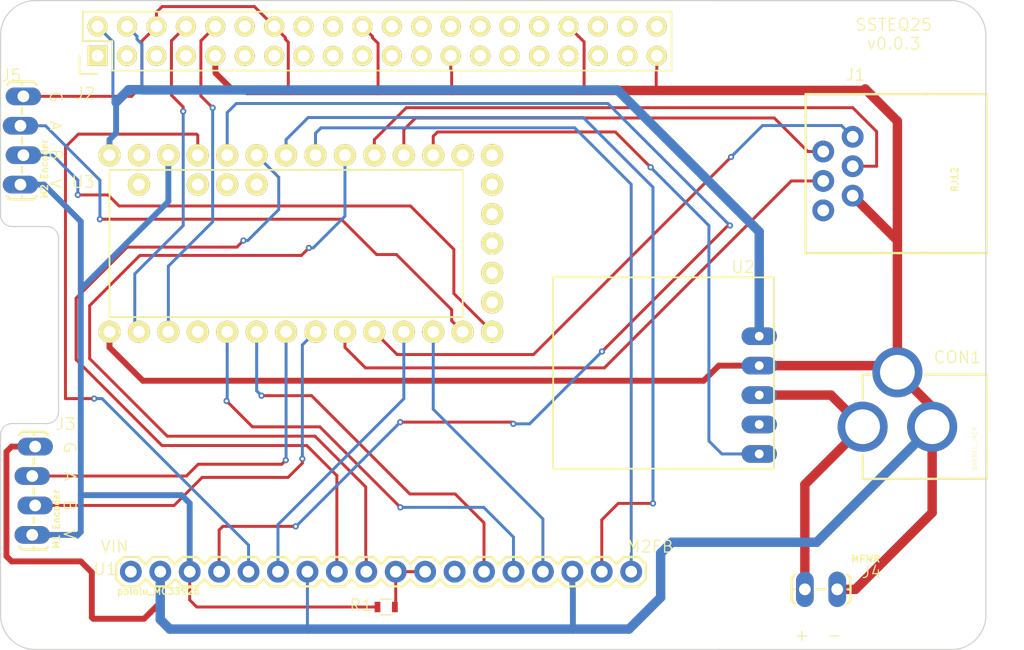
<source format=kicad_pcb>
(kicad_pcb (version 4) (host pcbnew 4.0.7-e2-6376~60~ubuntu17.10.1)

  (general
    (links 49)
    (no_connects 0)
    (area 115.710499 65.981999 200.841821 122.08592)
    (thickness 1.6)
    (drawings 37)
    (tracks 324)
    (zones 0)
    (modules 14)
    (nets 73)
  )

  (page USLetter)
  (title_block
    (title "SSTEQ25 Shield")
    (date 2018-06-18)
    (rev 0.0.4)
    (company "StarSync Trackers")
  )

  (layers
    (0 F.Cu signal)
    (31 B.Cu signal)
    (32 B.Adhes user)
    (33 F.Adhes user)
    (34 B.Paste user)
    (35 F.Paste user)
    (36 B.SilkS user)
    (37 F.SilkS user)
    (38 B.Mask user)
    (39 F.Mask user)
    (40 Dwgs.User user hide)
    (41 Cmts.User user)
    (42 Eco1.User user)
    (43 Eco2.User user)
    (44 Edge.Cuts user)
    (45 Margin user)
    (46 B.CrtYd user)
    (47 F.CrtYd user)
    (48 B.Fab user)
    (49 F.Fab user hide)
  )

  (setup
    (last_trace_width 0.254)
    (user_trace_width 0.254)
    (user_trace_width 0.508)
    (user_trace_width 0.8128)
    (trace_clearance 0.1016)
    (zone_clearance 0.508)
    (zone_45_only no)
    (trace_min 0.254)
    (segment_width 0.2)
    (edge_width 0.1)
    (via_size 0.5334)
    (via_drill 0.254)
    (via_min_size 0.5334)
    (via_min_drill 0.254)
    (user_via 0.5334 0.254)
    (user_via 0.5334 0.254)
    (user_via 0.5334 0.254)
    (uvia_size 0.508)
    (uvia_drill 0.127)
    (uvias_allowed no)
    (uvia_min_size 0.381)
    (uvia_min_drill 0.127)
    (pcb_text_width 0.3)
    (pcb_text_size 1.5 1.5)
    (mod_edge_width 0.15)
    (mod_text_size 1 1)
    (mod_text_width 0.15)
    (pad_size 2.75 2.75)
    (pad_drill 2.75)
    (pad_to_mask_clearance 0)
    (aux_axis_origin 0 0)
    (visible_elements 7FFEFFFF)
    (pcbplotparams
      (layerselection 0x00030_80000001)
      (usegerberextensions false)
      (excludeedgelayer true)
      (linewidth 0.100000)
      (plotframeref false)
      (viasonmask false)
      (mode 1)
      (useauxorigin false)
      (hpglpennumber 1)
      (hpglpenspeed 20)
      (hpglpendiameter 15)
      (hpglpenoverlay 2)
      (psnegative false)
      (psa4output false)
      (plotreference true)
      (plotvalue true)
      (plotinvisibletext false)
      (padsonsilk false)
      (subtractmaskfromsilk false)
      (outputformat 1)
      (mirror false)
      (drillshape 0)
      (scaleselection 1)
      (outputdirectory meta/))
  )

  (net 0 "")
  (net 1 "Net-(J2-Pad1)")
  (net 2 "Net-(J2-Pad3)")
  (net 3 "Net-(J2-Pad5)")
  (net 4 "Net-(J2-Pad7)")
  (net 5 "Net-(J2-Pad11)")
  (net 6 "Net-(J2-Pad12)")
  (net 7 "Net-(J2-Pad13)")
  (net 8 "Net-(J2-Pad15)")
  (net 9 "Net-(J2-Pad16)")
  (net 10 "Net-(J2-Pad17)")
  (net 11 "Net-(J2-Pad18)")
  (net 12 "Net-(J2-Pad19)")
  (net 13 "Net-(J2-Pad21)")
  (net 14 "Net-(J2-Pad22)")
  (net 15 "Net-(J2-Pad23)")
  (net 16 "Net-(J2-Pad24)")
  (net 17 "Net-(J2-Pad26)")
  (net 18 "Net-(J2-Pad27)")
  (net 19 "Net-(J2-Pad28)")
  (net 20 "Net-(J2-Pad29)")
  (net 21 "Net-(J2-Pad30)")
  (net 22 "Net-(J2-Pad31)")
  (net 23 "Net-(J2-Pad32)")
  (net 24 "Net-(J2-Pad33)")
  (net 25 "Net-(J2-Pad35)")
  (net 26 "Net-(J2-Pad36)")
  (net 27 "Net-(J2-Pad37)")
  (net 28 "Net-(J2-Pad38)")
  (net 29 "Net-(J2-Pad40)")
  (net 30 +12V)
  (net 31 GND)
  (net 32 "Net-(J1-Pad1)")
  (net 33 AG_RA-X)
  (net 34 AG_DEC-Y)
  (net 35 AG_DEC+Y)
  (net 36 AG_RA+X)
  (net 37 +5V)
  (net 38 RPI_TX)
  (net 39 RPI_RX)
  (net 40 +3V3)
  (net 41 "Net-(R1-Pad1)")
  (net 42 "Net-(U1-Pad1)")
  (net 43 M1_IN2)
  (net 44 M1_IN1)
  (net 45 M1_PWM)
  (net 46 M1_SF)
  (net 47 M1_FB)
  (net 48 "Net-(U1-Pad12)")
  (net 49 M2_IN2)
  (net 50 M2_IN1)
  (net 51 M2_PWM)
  (net 52 M2_SF)
  (net 53 M2_FB)
  (net 54 PG)
  (net 55 "Net-(U2-Pad2)")
  (net 56 "Net-(U3-Pad36)")
  (net 57 "Net-(U3-Pad35)")
  (net 58 "Net-(U3-Pad34)")
  (net 59 "Net-(U3-Pad33)")
  (net 60 "Net-(U3-Pad32)")
  (net 61 "Net-(U3-Pad31)")
  (net 62 "Net-(U3-Pad30)")
  (net 63 "Net-(U3-Pad29)")
  (net 64 "Net-(U3-Pad28)")
  (net 65 "Net-(U3-Pad2)")
  (net 66 "Net-(U3-Pad13)")
  (net 67 "Net-(U3-Pad14)")
  (net 68 "Net-(U3-Pad25)")
  (net 69 M1_ENC_B)
  (net 70 M1_ENC_A)
  (net 71 M2_ENC_B)
  (net 72 M2_ENC_A)

  (net_class Default "This is the default net class."
    (clearance 0.1016)
    (trace_width 0.254)
    (via_dia 0.5334)
    (via_drill 0.254)
    (uvia_dia 0.508)
    (uvia_drill 0.127)
    (add_net +12V)
    (add_net +3V3)
    (add_net +5V)
    (add_net AG_DEC+Y)
    (add_net AG_DEC-Y)
    (add_net AG_RA+X)
    (add_net AG_RA-X)
    (add_net GND)
    (add_net M1_ENC_A)
    (add_net M1_ENC_B)
    (add_net M1_FB)
    (add_net M1_IN1)
    (add_net M1_IN2)
    (add_net M1_PWM)
    (add_net M1_SF)
    (add_net M2_ENC_A)
    (add_net M2_ENC_B)
    (add_net M2_FB)
    (add_net M2_IN1)
    (add_net M2_IN2)
    (add_net M2_PWM)
    (add_net M2_SF)
    (add_net "Net-(J1-Pad1)")
    (add_net "Net-(J2-Pad1)")
    (add_net "Net-(J2-Pad11)")
    (add_net "Net-(J2-Pad12)")
    (add_net "Net-(J2-Pad13)")
    (add_net "Net-(J2-Pad15)")
    (add_net "Net-(J2-Pad16)")
    (add_net "Net-(J2-Pad17)")
    (add_net "Net-(J2-Pad18)")
    (add_net "Net-(J2-Pad19)")
    (add_net "Net-(J2-Pad21)")
    (add_net "Net-(J2-Pad22)")
    (add_net "Net-(J2-Pad23)")
    (add_net "Net-(J2-Pad24)")
    (add_net "Net-(J2-Pad26)")
    (add_net "Net-(J2-Pad27)")
    (add_net "Net-(J2-Pad28)")
    (add_net "Net-(J2-Pad29)")
    (add_net "Net-(J2-Pad3)")
    (add_net "Net-(J2-Pad30)")
    (add_net "Net-(J2-Pad31)")
    (add_net "Net-(J2-Pad32)")
    (add_net "Net-(J2-Pad33)")
    (add_net "Net-(J2-Pad35)")
    (add_net "Net-(J2-Pad36)")
    (add_net "Net-(J2-Pad37)")
    (add_net "Net-(J2-Pad38)")
    (add_net "Net-(J2-Pad40)")
    (add_net "Net-(J2-Pad5)")
    (add_net "Net-(J2-Pad7)")
    (add_net "Net-(R1-Pad1)")
    (add_net "Net-(U1-Pad1)")
    (add_net "Net-(U1-Pad12)")
    (add_net "Net-(U2-Pad2)")
    (add_net "Net-(U3-Pad13)")
    (add_net "Net-(U3-Pad14)")
    (add_net "Net-(U3-Pad2)")
    (add_net "Net-(U3-Pad25)")
    (add_net "Net-(U3-Pad28)")
    (add_net "Net-(U3-Pad29)")
    (add_net "Net-(U3-Pad30)")
    (add_net "Net-(U3-Pad31)")
    (add_net "Net-(U3-Pad32)")
    (add_net "Net-(U3-Pad33)")
    (add_net "Net-(U3-Pad34)")
    (add_net "Net-(U3-Pad35)")
    (add_net "Net-(U3-Pad36)")
    (add_net PG)
    (add_net RPI_RX)
    (add_net RPI_TX)
  )

  (module RPi_Hat:Pin_Header_Straight_2x20 locked (layer F.Cu) (tedit 5B033F68) (tstamp 5516AEA0)
    (at 148.2605 69.532 90)
    (descr "Through hole pin header")
    (tags "pin header")
    (path /5515D395/5516AE26)
    (fp_text reference J2 (at -4.509 -25.1975 180) (layer F.SilkS)
      (effects (font (size 1.016 1.016) (thickness 0.1016)))
    )
    (fp_text value RPi_GPIO (at -1.27 -27.23 90) (layer F.Fab)
      (effects (font (size 1 1) (thickness 0.15)))
    )
    (fp_line (start -3.02 -25.88) (end -3.02 25.92) (layer F.CrtYd) (width 0.05))
    (fp_line (start 3.03 -25.88) (end 3.03 25.92) (layer F.CrtYd) (width 0.05))
    (fp_line (start -3.02 -25.88) (end 3.03 -25.88) (layer F.CrtYd) (width 0.05))
    (fp_line (start -3.02 25.92) (end 3.03 25.92) (layer F.CrtYd) (width 0.05))
    (fp_line (start 2.54 25.4) (end 2.54 -25.4) (layer F.SilkS) (width 0.15))
    (fp_line (start -2.54 -22.86) (end -2.54 25.4) (layer F.SilkS) (width 0.15))
    (fp_line (start 2.54 25.4) (end -2.54 25.4) (layer F.SilkS) (width 0.15))
    (fp_line (start 2.54 -25.4) (end 0 -25.4) (layer F.SilkS) (width 0.15))
    (fp_line (start -1.27 -25.68) (end -2.82 -25.68) (layer F.SilkS) (width 0.15))
    (fp_line (start 0 -25.4) (end 0 -22.86) (layer F.SilkS) (width 0.15))
    (fp_line (start 0 -22.86) (end -2.54 -22.86) (layer F.SilkS) (width 0.15))
    (fp_line (start -2.82 -25.68) (end -2.82 -24.13) (layer F.SilkS) (width 0.15))
    (pad 1 thru_hole rect (at -1.27 -24.13 90) (size 1.7272 1.7272) (drill 1.016) (layers *.Cu *.Mask F.SilkS)
      (net 1 "Net-(J2-Pad1)"))
    (pad 2 thru_hole oval (at 1.27 -24.13 90) (size 1.7272 1.7272) (drill 1.016) (layers *.Cu *.Mask F.SilkS)
      (net 37 +5V))
    (pad 3 thru_hole oval (at -1.27 -21.59 90) (size 1.7272 1.7272) (drill 1.016) (layers *.Cu *.Mask F.SilkS)
      (net 2 "Net-(J2-Pad3)"))
    (pad 4 thru_hole oval (at 1.27 -21.59 90) (size 1.7272 1.7272) (drill 1.016) (layers *.Cu *.Mask F.SilkS)
      (net 37 +5V))
    (pad 5 thru_hole oval (at -1.27 -19.05 90) (size 1.7272 1.7272) (drill 1.016) (layers *.Cu *.Mask F.SilkS)
      (net 3 "Net-(J2-Pad5)"))
    (pad 6 thru_hole oval (at 1.27 -19.05 90) (size 1.7272 1.7272) (drill 1.016) (layers *.Cu *.Mask F.SilkS)
      (net 31 GND))
    (pad 7 thru_hole oval (at -1.27 -16.51 90) (size 1.7272 1.7272) (drill 1.016) (layers *.Cu *.Mask F.SilkS)
      (net 4 "Net-(J2-Pad7)"))
    (pad 8 thru_hole oval (at 1.27 -16.51 90) (size 1.7272 1.7272) (drill 1.016) (layers *.Cu *.Mask F.SilkS)
      (net 38 RPI_TX))
    (pad 9 thru_hole oval (at -1.27 -13.97 90) (size 1.7272 1.7272) (drill 1.016) (layers *.Cu *.Mask F.SilkS)
      (net 31 GND))
    (pad 10 thru_hole oval (at 1.27 -13.97 90) (size 1.7272 1.7272) (drill 1.016) (layers *.Cu *.Mask F.SilkS)
      (net 39 RPI_RX))
    (pad 11 thru_hole oval (at -1.27 -11.43 90) (size 1.7272 1.7272) (drill 1.016) (layers *.Cu *.Mask F.SilkS)
      (net 5 "Net-(J2-Pad11)"))
    (pad 12 thru_hole oval (at 1.27 -11.43 90) (size 1.7272 1.7272) (drill 1.016) (layers *.Cu *.Mask F.SilkS)
      (net 6 "Net-(J2-Pad12)"))
    (pad 13 thru_hole oval (at -1.27 -8.89 90) (size 1.7272 1.7272) (drill 1.016) (layers *.Cu *.Mask F.SilkS)
      (net 7 "Net-(J2-Pad13)"))
    (pad 14 thru_hole oval (at 1.27 -8.89 90) (size 1.7272 1.7272) (drill 1.016) (layers *.Cu *.Mask F.SilkS)
      (net 31 GND))
    (pad 15 thru_hole oval (at -1.27 -6.35 90) (size 1.7272 1.7272) (drill 1.016) (layers *.Cu *.Mask F.SilkS)
      (net 8 "Net-(J2-Pad15)"))
    (pad 16 thru_hole oval (at 1.27 -6.35 90) (size 1.7272 1.7272) (drill 1.016) (layers *.Cu *.Mask F.SilkS)
      (net 9 "Net-(J2-Pad16)"))
    (pad 17 thru_hole oval (at -1.27 -3.81 90) (size 1.7272 1.7272) (drill 1.016) (layers *.Cu *.Mask F.SilkS)
      (net 10 "Net-(J2-Pad17)"))
    (pad 18 thru_hole oval (at 1.27 -3.81 90) (size 1.7272 1.7272) (drill 1.016) (layers *.Cu *.Mask F.SilkS)
      (net 11 "Net-(J2-Pad18)"))
    (pad 19 thru_hole oval (at -1.27 -1.27 90) (size 1.7272 1.7272) (drill 1.016) (layers *.Cu *.Mask F.SilkS)
      (net 12 "Net-(J2-Pad19)"))
    (pad 20 thru_hole oval (at 1.27 -1.27 90) (size 1.7272 1.7272) (drill 1.016) (layers *.Cu *.Mask F.SilkS)
      (net 31 GND))
    (pad 21 thru_hole oval (at -1.27 1.27 90) (size 1.7272 1.7272) (drill 1.016) (layers *.Cu *.Mask F.SilkS)
      (net 13 "Net-(J2-Pad21)"))
    (pad 22 thru_hole oval (at 1.27 1.27 90) (size 1.7272 1.7272) (drill 1.016) (layers *.Cu *.Mask F.SilkS)
      (net 14 "Net-(J2-Pad22)"))
    (pad 23 thru_hole oval (at -1.27 3.81 90) (size 1.7272 1.7272) (drill 1.016) (layers *.Cu *.Mask F.SilkS)
      (net 15 "Net-(J2-Pad23)"))
    (pad 24 thru_hole oval (at 1.27 3.81 90) (size 1.7272 1.7272) (drill 1.016) (layers *.Cu *.Mask F.SilkS)
      (net 16 "Net-(J2-Pad24)"))
    (pad 25 thru_hole oval (at -1.27 6.35 90) (size 1.7272 1.7272) (drill 1.016) (layers *.Cu *.Mask F.SilkS)
      (net 31 GND))
    (pad 26 thru_hole oval (at 1.27 6.35 90) (size 1.7272 1.7272) (drill 1.016) (layers *.Cu *.Mask F.SilkS)
      (net 17 "Net-(J2-Pad26)"))
    (pad 27 thru_hole oval (at -1.27 8.89 90) (size 1.7272 1.7272) (drill 1.016) (layers *.Cu *.Mask F.SilkS)
      (net 18 "Net-(J2-Pad27)"))
    (pad 28 thru_hole oval (at 1.27 8.89 90) (size 1.7272 1.7272) (drill 1.016) (layers *.Cu *.Mask F.SilkS)
      (net 19 "Net-(J2-Pad28)"))
    (pad 29 thru_hole oval (at -1.27 11.43 90) (size 1.7272 1.7272) (drill 1.016) (layers *.Cu *.Mask F.SilkS)
      (net 20 "Net-(J2-Pad29)"))
    (pad 30 thru_hole oval (at 1.27 11.43 90) (size 1.7272 1.7272) (drill 1.016) (layers *.Cu *.Mask F.SilkS)
      (net 21 "Net-(J2-Pad30)"))
    (pad 31 thru_hole oval (at -1.27 13.97 90) (size 1.7272 1.7272) (drill 1.016) (layers *.Cu *.Mask F.SilkS)
      (net 22 "Net-(J2-Pad31)"))
    (pad 32 thru_hole oval (at 1.27 13.97 90) (size 1.7272 1.7272) (drill 1.016) (layers *.Cu *.Mask F.SilkS)
      (net 23 "Net-(J2-Pad32)"))
    (pad 33 thru_hole oval (at -1.27 16.51 90) (size 1.7272 1.7272) (drill 1.016) (layers *.Cu *.Mask F.SilkS)
      (net 24 "Net-(J2-Pad33)"))
    (pad 34 thru_hole oval (at 1.27 16.51 90) (size 1.7272 1.7272) (drill 1.016) (layers *.Cu *.Mask F.SilkS)
      (net 31 GND))
    (pad 35 thru_hole oval (at -1.27 19.05 90) (size 1.7272 1.7272) (drill 1.016) (layers *.Cu *.Mask F.SilkS)
      (net 25 "Net-(J2-Pad35)"))
    (pad 36 thru_hole oval (at 1.27 19.05 90) (size 1.7272 1.7272) (drill 1.016) (layers *.Cu *.Mask F.SilkS)
      (net 26 "Net-(J2-Pad36)"))
    (pad 37 thru_hole oval (at -1.27 21.59 90) (size 1.7272 1.7272) (drill 1.016) (layers *.Cu *.Mask F.SilkS)
      (net 27 "Net-(J2-Pad37)"))
    (pad 38 thru_hole oval (at 1.27 21.59 90) (size 1.7272 1.7272) (drill 1.016) (layers *.Cu *.Mask F.SilkS)
      (net 28 "Net-(J2-Pad38)"))
    (pad 39 thru_hole oval (at -1.27 24.13 90) (size 1.7272 1.7272) (drill 1.016) (layers *.Cu *.Mask F.SilkS)
      (net 31 GND))
    (pad 40 thru_hole oval (at 1.27 24.13 90) (size 1.7272 1.7272) (drill 1.016) (layers *.Cu *.Mask F.SilkS)
      (net 29 "Net-(J2-Pad40)"))
    (model Pin_Headers.3dshapes/Pin_Header_Straight_2x20.wrl
      (at (xyz 0 0 0))
      (scale (xyz 1 1 1))
      (rotate (xyz 0 0 90))
    )
  )

  (module RPi_Hat:RPi_Hat_Mounting_Hole locked (layer F.Cu) (tedit 55217C7B) (tstamp 5515DEA9)
    (at 177.2605 69.532)
    (descr "Mounting hole, Befestigungsbohrung, 2,7mm, No Annular, Kein Restring,")
    (tags "Mounting hole, Befestigungsbohrung, 2,7mm, No Annular, Kein Restring,")
    (fp_text reference "" (at 0 -4.0005) (layer F.SilkS) hide
      (effects (font (size 1 1) (thickness 0.15)))
    )
    (fp_text value "" (at 0.09906 3.59918) (layer F.Fab) hide
      (effects (font (size 1 1) (thickness 0.15)))
    )
    (fp_circle (center 0 0) (end 1.375 0) (layer F.Fab) (width 0.15))
    (fp_circle (center 0 0) (end 3.1 0) (layer F.Fab) (width 0.15))
    (fp_circle (center 0 0) (end 3.1 0) (layer B.Fab) (width 0.15))
    (fp_circle (center 0 0) (end 1.375 0) (layer B.Fab) (width 0.15))
    (fp_circle (center 0 0) (end 3.1 0) (layer F.CrtYd) (width 0.15))
    (fp_circle (center 0 0) (end 3.1 0) (layer B.CrtYd) (width 0.15))
    (pad "" np_thru_hole circle (at 0 0) (size 2.75 2.75) (drill 2.75) (layers *.Cu *.Mask)
      (solder_mask_margin 1.725) (clearance 1.725))
  )

  (module RPi_Hat:RPi_Hat_Mounting_Hole locked (layer F.Cu) (tedit 55217CCB) (tstamp 55169DC9)
    (at 177.2605 118.532)
    (descr "Mounting hole, Befestigungsbohrung, 2,7mm, No Annular, Kein Restring,")
    (tags "Mounting hole, Befestigungsbohrung, 2,7mm, No Annular, Kein Restring,")
    (fp_text reference "" (at 0 -4.0005) (layer F.SilkS) hide
      (effects (font (size 1 1) (thickness 0.15)))
    )
    (fp_text value "" (at 0.09906 3.59918) (layer F.Fab) hide
      (effects (font (size 1 1) (thickness 0.15)))
    )
    (fp_circle (center 0 0) (end 1.375 0) (layer F.Fab) (width 0.15))
    (fp_circle (center 0 0) (end 3.1 0) (layer F.Fab) (width 0.15))
    (fp_circle (center 0 0) (end 3.1 0) (layer B.Fab) (width 0.15))
    (fp_circle (center 0 0) (end 1.375 0) (layer B.Fab) (width 0.15))
    (fp_circle (center 0 0) (end 3.1 0) (layer F.CrtYd) (width 0.15))
    (fp_circle (center 0 0) (end 3.1 0) (layer B.CrtYd) (width 0.15))
    (pad "" np_thru_hole circle (at 0 0) (size 2.75 2.75) (drill 2.75) (layers *.Cu *.Mask)
      (solder_mask_margin 1.725) (clearance 1.725))
  )

  (module RPi_Hat:RPi_Hat_Mounting_Hole locked (layer F.Cu) (tedit 55217CB9) (tstamp 5515DECC)
    (at 119.2605 118.532)
    (descr "Mounting hole, Befestigungsbohrung, 2,7mm, No Annular, Kein Restring,")
    (tags "Mounting hole, Befestigungsbohrung, 2,7mm, No Annular, Kein Restring,")
    (fp_text reference "" (at 0 -4.0005) (layer F.SilkS) hide
      (effects (font (size 1 1) (thickness 0.15)))
    )
    (fp_text value "" (at 0.09906 3.59918) (layer F.Fab) hide
      (effects (font (size 1 1) (thickness 0.15)))
    )
    (fp_circle (center 0 0) (end 1.375 0) (layer F.Fab) (width 0.15))
    (fp_circle (center 0 0) (end 3.1 0) (layer F.Fab) (width 0.15))
    (fp_circle (center 0 0) (end 3.1 0) (layer B.Fab) (width 0.15))
    (fp_circle (center 0 0) (end 1.375 0) (layer B.Fab) (width 0.15))
    (fp_circle (center 0 0) (end 3.1 0) (layer F.CrtYd) (width 0.15))
    (fp_circle (center 0 0) (end 3.1 0) (layer B.CrtYd) (width 0.15))
    (pad "" np_thru_hole circle (at 0 0) (size 2.75 2.75) (drill 2.75) (layers *.Cu *.Mask)
      (solder_mask_margin 1.725) (clearance 1.725))
  )

  (module RPi_Hat:RPi_Hat_Mounting_Hole locked (layer F.Cu) (tedit 55217CA2) (tstamp 5515DEBF)
    (at 119.2605 69.532)
    (descr "Mounting hole, Befestigungsbohrung, 2,7mm, No Annular, Kein Restring,")
    (tags "Mounting hole, Befestigungsbohrung, 2,7mm, No Annular, Kein Restring,")
    (fp_text reference "" (at 0 -4.0005) (layer F.SilkS) hide
      (effects (font (size 1 1) (thickness 0.15)))
    )
    (fp_text value "" (at 0.09906 3.59918) (layer F.Fab) hide
      (effects (font (size 1 1) (thickness 0.15)))
    )
    (fp_circle (center 0 0) (end 1.375 0) (layer F.Fab) (width 0.15))
    (fp_circle (center 0 0) (end 3.1 0) (layer F.Fab) (width 0.15))
    (fp_circle (center 0 0) (end 3.1 0) (layer B.Fab) (width 0.15))
    (fp_circle (center 0 0) (end 1.375 0) (layer B.Fab) (width 0.15))
    (fp_circle (center 0 0) (end 3.1 0) (layer F.CrtYd) (width 0.15))
    (fp_circle (center 0 0) (end 3.1 0) (layer B.CrtYd) (width 0.15))
    (pad "" np_thru_hole circle (at 0 0) (size 2.75 2.75) (drill 2.75) (layers *.Cu *.Mask)
      (solder_mask_margin 1.725) (clearance 1.725))
  )

  (module isadore_custom_footprints:POWER_JACK_PTH (layer F.Cu) (tedit 5B033F8C) (tstamp 5B0327A0)
    (at 203.8515 102.8065 90)
    (path /5B02F876)
    (fp_text reference CON1 (at 5.3975 -7.6365 180) (layer F.SilkS)
      (effects (font (size 1.016 1.016) (thickness 0.1016)) (justify left bottom))
    )
    (fp_text value BARREL_JACK (at -3.81 -3.81 90) (layer F.SilkS)
      (effects (font (size 0.38608 0.38608) (thickness 0.032512)) (justify left bottom))
    )
    (fp_line (start 4.5 -13.7) (end 2.4 -13.7) (layer F.SilkS) (width 0.2032))
    (fp_line (start -4.5 -3) (end -4.5 -0.1) (layer Dwgs.User) (width 0.2032))
    (fp_line (start 4.5 -0.1) (end 4.5 -3) (layer Dwgs.User) (width 0.2032))
    (fp_line (start 4.5 -0.1) (end -4.5 -0.1) (layer Dwgs.User) (width 0.2032))
    (fp_line (start 4.5 -3) (end 4.5 -8.3) (layer F.SilkS) (width 0.2032))
    (fp_line (start 4.5 -13.7) (end 4.5 -13) (layer F.SilkS) (width 0.2032))
    (fp_line (start -4.5 -3) (end -4.5 -13.7) (layer F.SilkS) (width 0.2032))
    (fp_line (start -4.5 -13.7) (end -2.4 -13.7) (layer F.SilkS) (width 0.2032))
    (fp_line (start -4.5 -3) (end 4.5 -3) (layer F.SilkS) (width 0.2032))
    (pad 1 thru_hole circle (at 0 -13.7 90) (size 4.318 4.318) (drill 2.9972) (layers *.Cu *.Mask)
      (net 30 +12V))
    (pad 3 thru_hole circle (at 0 -7.7 90) (size 4.318 4.318) (drill 2.9972) (layers *.Cu *.Mask)
      (net 31 GND))
    (pad 2 thru_hole circle (at 4.7 -10.7 180) (size 4.318 4.318) (drill 2.9972) (layers *.Cu *.Mask)
      (net 31 GND))
  )

  (module SparkFun-Connectors:RJ11-6 (layer F.Cu) (tedit 5B033F77) (tstamp 5B0327AC)
    (at 195.6435 80.9625 90)
    (descr "<h3>RJ11 6-Pin Socket with PCB Mounting Post</h3>\n<p>Specifications:\n<ul><li>Pin count: 6</li>\n</ul></p>\n<p><a href=”https://www.sparkfun.com/datasheets/Prototyping/Connectors/RJ11-Datasheet.pdf”>Datasheet referenced for footprint</a></p>\n<p>Example device(s):\n<ul><li>RJ11-6</li>\n</ul></p>")
    (path /5B02F815)
    (fp_text reference J1 (at 7.9375 -7.0485 180) (layer F.SilkS)
      (effects (font (size 1.016 1.016) (thickness 0.1016)) (justify left bottom))
    )
    (fp_text value RJ12 (at -1.651 2.794 90) (layer F.SilkS)
      (effects (font (size 0.57912 0.57912) (thickness 0.12192)) (justify left bottom))
    )
    (fp_line (start 6.858 5.207) (end 6.858 -10.414) (layer F.SilkS) (width 0.2032))
    (fp_line (start 6.858 -10.414) (end -6.858 -10.414) (layer F.SilkS) (width 0.2032))
    (fp_line (start -6.858 -10.414) (end -6.858 5.207) (layer F.SilkS) (width 0.2032))
    (fp_line (start 6.858 5.207) (end -6.858 5.207) (layer F.SilkS) (width 0.2032))
    (fp_line (start -6.858 5.207) (end -6.858 8.128) (layer Dwgs.User) (width 0.2032))
    (fp_line (start -6.858 8.128) (end 6.858 8.128) (layer Dwgs.User) (width 0.2032))
    (fp_line (start 6.858 8.128) (end 6.858 5.207) (layer Dwgs.User) (width 0.2032))
    (pad 1 thru_hole circle (at -3.175 -8.89 90) (size 1.8796 1.8796) (drill 1.016) (layers *.Cu *.Mask)
      (net 32 "Net-(J1-Pad1)"))
    (pad 2 thru_hole circle (at -1.905 -6.35 90) (size 1.8796 1.8796) (drill 1.016) (layers *.Cu *.Mask)
      (net 31 GND))
    (pad 3 thru_hole circle (at -0.635 -8.89 90) (size 1.8796 1.8796) (drill 1.016) (layers *.Cu *.Mask)
      (net 33 AG_RA-X))
    (pad 4 thru_hole circle (at 0.635 -6.35 90) (size 1.8796 1.8796) (drill 1.016) (layers *.Cu *.Mask)
      (net 34 AG_DEC-Y))
    (pad 5 thru_hole circle (at 1.905 -8.89 90) (size 1.8796 1.8796) (drill 1.016) (layers *.Cu *.Mask)
      (net 35 AG_DEC+Y))
    (pad 6 thru_hole circle (at 3.175 -6.35 90) (size 1.8796 1.8796) (drill 1.016) (layers *.Cu *.Mask)
      (net 36 AG_RA+X))
    (pad "" np_thru_hole circle (at -5.08 0 90) (size 3.2512 3.2512) (drill 3.2512) (layers *.Cu))
    (pad "" np_thru_hole circle (at 5.08 0 90) (size 3.2512 3.2512) (drill 3.2512) (layers *.Cu))
  )

  (module SparkFun-Connectors:1X04_LOCK_LONGPADS (layer F.Cu) (tedit 5B033F4D) (tstamp 5B0327B4)
    (at 118.491 112.141 90)
    (descr "<h3>Plated Through Hole - 4 Pin Long Pads w/ Locking Footprint</h3>\nHoles are offset 0.005\" from center to lock pins in place during soldering. \n<p>Specifications:\n<ul><li>Pin count:4</li>\n<li>Pin pitch:0.1\"</li>\n</ul></p>\n<p>Example device(s):\n<ul><li>CONN_04</li>\n</ul></p>")
    (path /5B0318EF)
    (fp_text reference J3 (at 8.9662 1.9558 180) (layer F.SilkS)
      (effects (font (size 1.016 1.016) (thickness 0.1016)) (justify left bottom))
    )
    (fp_text value "M1 Encoder" (at -1.27 2.413 90) (layer F.SilkS)
      (effects (font (size 0.57912 0.57912) (thickness 0.12192)) (justify left bottom))
    )
    (fp_line (start 1.524 0.127) (end 1.016 0.127) (layer F.SilkS) (width 0.2032))
    (fp_line (start 4.064 0.127) (end 3.556 0.127) (layer F.SilkS) (width 0.2032))
    (fp_line (start 6.604 0.127) (end 6.096 0.127) (layer F.SilkS) (width 0.2032))
    (fp_line (start -1.27 0.127) (end -1.016 0.127) (layer F.SilkS) (width 0.2032))
    (fp_line (start -1.27 0.127) (end -1.27 -0.8636) (layer F.SilkS) (width 0.2032))
    (fp_line (start -1.27 -0.8636) (end -0.9906 -1.143) (layer F.SilkS) (width 0.2032))
    (fp_line (start -1.27 0.127) (end -1.27 1.1176) (layer F.SilkS) (width 0.2032))
    (fp_line (start -1.27 1.1176) (end -0.9906 1.397) (layer F.SilkS) (width 0.2032))
    (fp_line (start 8.89 0.127) (end 8.636 0.127) (layer F.SilkS) (width 0.2032))
    (fp_line (start 8.89 0.127) (end 8.89 1.1176) (layer F.SilkS) (width 0.2032))
    (fp_line (start 8.89 1.1176) (end 8.6106 1.397) (layer F.SilkS) (width 0.2032))
    (fp_line (start 8.89 0.127) (end 8.89 -0.8636) (layer F.SilkS) (width 0.2032))
    (fp_line (start 8.89 -0.8636) (end 8.6106 -1.143) (layer F.SilkS) (width 0.2032))
    (fp_poly (pts (xy -0.2921 0.4191) (xy 0.2921 0.4191) (xy 0.2921 -0.1651) (xy -0.2921 -0.1651)) (layer Dwgs.User) (width 0))
    (fp_poly (pts (xy 2.2479 0.4191) (xy 2.8321 0.4191) (xy 2.8321 -0.1651) (xy 2.2479 -0.1651)) (layer Dwgs.User) (width 0))
    (fp_poly (pts (xy 4.7879 0.4191) (xy 5.3721 0.4191) (xy 5.3721 -0.1651) (xy 4.7879 -0.1651)) (layer Dwgs.User) (width 0))
    (fp_poly (pts (xy 7.3279 0.4191) (xy 7.9121 0.4191) (xy 7.9121 -0.1651) (xy 7.3279 -0.1651)) (layer Dwgs.User) (width 0))
    (pad 1 thru_hole oval (at 0 0 180) (size 3.048 1.524) (drill 1.016) (layers *.Cu *.Mask)
      (net 40 +3V3))
    (pad 2 thru_hole oval (at 2.54 0.254 180) (size 3.048 1.524) (drill 1.016) (layers *.Cu *.Mask)
      (net 69 M1_ENC_B))
    (pad 3 thru_hole oval (at 5.08 0 180) (size 3.048 1.524) (drill 1.016) (layers *.Cu *.Mask)
      (net 70 M1_ENC_A))
    (pad 4 thru_hole oval (at 7.62 0.254 180) (size 3.048 1.524) (drill 1.016) (layers *.Cu *.Mask)
      (net 31 GND))
  )

  (module Resistors_SMD:R_0603 (layer F.Cu) (tedit 5B033FB0) (tstamp 5B0327BA)
    (at 149.0352 118.364 180)
    (descr "Resistor SMD 0603, reflow soldering, Vishay (see dcrcw.pdf)")
    (tags "resistor 0603")
    (path /5B03106E)
    (attr smd)
    (fp_text reference R1 (at 2.1724 0.1524 360) (layer F.SilkS)
      (effects (font (size 1.016 1.016) (thickness 0.1016)))
    )
    (fp_text value 10k (at 0 1.5 180) (layer F.Fab)
      (effects (font (size 1 1) (thickness 0.15)))
    )
    (fp_text user %R (at 0 0 180) (layer F.Fab)
      (effects (font (size 0.4 0.4) (thickness 0.075)))
    )
    (fp_line (start -0.8 0.4) (end -0.8 -0.4) (layer F.Fab) (width 0.1))
    (fp_line (start 0.8 0.4) (end -0.8 0.4) (layer F.Fab) (width 0.1))
    (fp_line (start 0.8 -0.4) (end 0.8 0.4) (layer F.Fab) (width 0.1))
    (fp_line (start -0.8 -0.4) (end 0.8 -0.4) (layer F.Fab) (width 0.1))
    (fp_line (start 0.5 0.68) (end -0.5 0.68) (layer F.SilkS) (width 0.12))
    (fp_line (start -0.5 -0.68) (end 0.5 -0.68) (layer F.SilkS) (width 0.12))
    (fp_line (start -1.25 -0.7) (end 1.25 -0.7) (layer F.CrtYd) (width 0.05))
    (fp_line (start -1.25 -0.7) (end -1.25 0.7) (layer F.CrtYd) (width 0.05))
    (fp_line (start 1.25 0.7) (end 1.25 -0.7) (layer F.CrtYd) (width 0.05))
    (fp_line (start 1.25 0.7) (end -1.25 0.7) (layer F.CrtYd) (width 0.05))
    (pad 1 smd rect (at -0.75 0 180) (size 0.5 0.9) (layers F.Cu F.Paste F.Mask)
      (net 41 "Net-(R1-Pad1)"))
    (pad 2 smd rect (at 0.75 0 180) (size 0.5 0.9) (layers F.Cu F.Paste F.Mask)
      (net 40 +3V3))
    (model ${KISYS3DMOD}/Resistors_SMD.3dshapes/R_0603.wrl
      (at (xyz 0 0 0))
      (scale (xyz 1 1 1))
      (rotate (xyz 0 0 0))
    )
  )

  (module SparkFun-Connectors:1X18 (layer F.Cu) (tedit 5B033F3A) (tstamp 5B0327D0)
    (at 127 115.316)
    (descr "<h3>Plated Through Hole -18 Pin</h3>\n<p>Specifications:\n<ul><li>Pin count:18</li>\n<li>Pin pitch:0.1\"</li>\n</ul></p>\n<p>Example device(s):\n<ul><li>CONN_18</li>\n</ul></p>")
    (path /5B030B46)
    (fp_text reference U1 (at -3.302 0.381) (layer F.SilkS)
      (effects (font (size 1.016 1.016) (thickness 0.1016)) (justify left bottom))
    )
    (fp_text value pololu_MC33926 (at -1.27 2.032) (layer F.SilkS)
      (effects (font (size 0.57912 0.57912) (thickness 0.12192)) (justify left bottom))
    )
    (fp_line (start 14.605 -1.27) (end 15.875 -1.27) (layer F.SilkS) (width 0.2032))
    (fp_line (start 15.875 -1.27) (end 16.51 -0.635) (layer F.SilkS) (width 0.2032))
    (fp_line (start 16.51 0.635) (end 15.875 1.27) (layer F.SilkS) (width 0.2032))
    (fp_line (start 11.43 -0.635) (end 12.065 -1.27) (layer F.SilkS) (width 0.2032))
    (fp_line (start 12.065 -1.27) (end 13.335 -1.27) (layer F.SilkS) (width 0.2032))
    (fp_line (start 13.335 -1.27) (end 13.97 -0.635) (layer F.SilkS) (width 0.2032))
    (fp_line (start 13.97 0.635) (end 13.335 1.27) (layer F.SilkS) (width 0.2032))
    (fp_line (start 13.335 1.27) (end 12.065 1.27) (layer F.SilkS) (width 0.2032))
    (fp_line (start 12.065 1.27) (end 11.43 0.635) (layer F.SilkS) (width 0.2032))
    (fp_line (start 14.605 -1.27) (end 13.97 -0.635) (layer F.SilkS) (width 0.2032))
    (fp_line (start 13.97 0.635) (end 14.605 1.27) (layer F.SilkS) (width 0.2032))
    (fp_line (start 15.875 1.27) (end 14.605 1.27) (layer F.SilkS) (width 0.2032))
    (fp_line (start 6.985 -1.27) (end 8.255 -1.27) (layer F.SilkS) (width 0.2032))
    (fp_line (start 8.255 -1.27) (end 8.89 -0.635) (layer F.SilkS) (width 0.2032))
    (fp_line (start 8.89 0.635) (end 8.255 1.27) (layer F.SilkS) (width 0.2032))
    (fp_line (start 8.89 -0.635) (end 9.525 -1.27) (layer F.SilkS) (width 0.2032))
    (fp_line (start 9.525 -1.27) (end 10.795 -1.27) (layer F.SilkS) (width 0.2032))
    (fp_line (start 10.795 -1.27) (end 11.43 -0.635) (layer F.SilkS) (width 0.2032))
    (fp_line (start 11.43 0.635) (end 10.795 1.27) (layer F.SilkS) (width 0.2032))
    (fp_line (start 10.795 1.27) (end 9.525 1.27) (layer F.SilkS) (width 0.2032))
    (fp_line (start 9.525 1.27) (end 8.89 0.635) (layer F.SilkS) (width 0.2032))
    (fp_line (start 3.81 -0.635) (end 4.445 -1.27) (layer F.SilkS) (width 0.2032))
    (fp_line (start 4.445 -1.27) (end 5.715 -1.27) (layer F.SilkS) (width 0.2032))
    (fp_line (start 5.715 -1.27) (end 6.35 -0.635) (layer F.SilkS) (width 0.2032))
    (fp_line (start 6.35 0.635) (end 5.715 1.27) (layer F.SilkS) (width 0.2032))
    (fp_line (start 5.715 1.27) (end 4.445 1.27) (layer F.SilkS) (width 0.2032))
    (fp_line (start 4.445 1.27) (end 3.81 0.635) (layer F.SilkS) (width 0.2032))
    (fp_line (start 6.985 -1.27) (end 6.35 -0.635) (layer F.SilkS) (width 0.2032))
    (fp_line (start 6.35 0.635) (end 6.985 1.27) (layer F.SilkS) (width 0.2032))
    (fp_line (start 8.255 1.27) (end 6.985 1.27) (layer F.SilkS) (width 0.2032))
    (fp_line (start -0.635 -1.27) (end 0.635 -1.27) (layer F.SilkS) (width 0.2032))
    (fp_line (start 0.635 -1.27) (end 1.27 -0.635) (layer F.SilkS) (width 0.2032))
    (fp_line (start 1.27 0.635) (end 0.635 1.27) (layer F.SilkS) (width 0.2032))
    (fp_line (start 1.27 -0.635) (end 1.905 -1.27) (layer F.SilkS) (width 0.2032))
    (fp_line (start 1.905 -1.27) (end 3.175 -1.27) (layer F.SilkS) (width 0.2032))
    (fp_line (start 3.175 -1.27) (end 3.81 -0.635) (layer F.SilkS) (width 0.2032))
    (fp_line (start 3.81 0.635) (end 3.175 1.27) (layer F.SilkS) (width 0.2032))
    (fp_line (start 3.175 1.27) (end 1.905 1.27) (layer F.SilkS) (width 0.2032))
    (fp_line (start 1.905 1.27) (end 1.27 0.635) (layer F.SilkS) (width 0.2032))
    (fp_line (start -1.27 -0.635) (end -1.27 0.635) (layer F.SilkS) (width 0.2032))
    (fp_line (start -0.635 -1.27) (end -1.27 -0.635) (layer F.SilkS) (width 0.2032))
    (fp_line (start -1.27 0.635) (end -0.635 1.27) (layer F.SilkS) (width 0.2032))
    (fp_line (start 0.635 1.27) (end -0.635 1.27) (layer F.SilkS) (width 0.2032))
    (fp_line (start 32.385 -1.27) (end 33.655 -1.27) (layer F.SilkS) (width 0.2032))
    (fp_line (start 33.655 -1.27) (end 34.29 -0.635) (layer F.SilkS) (width 0.2032))
    (fp_line (start 34.29 0.635) (end 33.655 1.27) (layer F.SilkS) (width 0.2032))
    (fp_line (start 29.21 -0.635) (end 29.845 -1.27) (layer F.SilkS) (width 0.2032))
    (fp_line (start 29.845 -1.27) (end 31.115 -1.27) (layer F.SilkS) (width 0.2032))
    (fp_line (start 31.115 -1.27) (end 31.75 -0.635) (layer F.SilkS) (width 0.2032))
    (fp_line (start 31.75 0.635) (end 31.115 1.27) (layer F.SilkS) (width 0.2032))
    (fp_line (start 31.115 1.27) (end 29.845 1.27) (layer F.SilkS) (width 0.2032))
    (fp_line (start 29.845 1.27) (end 29.21 0.635) (layer F.SilkS) (width 0.2032))
    (fp_line (start 32.385 -1.27) (end 31.75 -0.635) (layer F.SilkS) (width 0.2032))
    (fp_line (start 31.75 0.635) (end 32.385 1.27) (layer F.SilkS) (width 0.2032))
    (fp_line (start 33.655 1.27) (end 32.385 1.27) (layer F.SilkS) (width 0.2032))
    (fp_line (start 24.765 -1.27) (end 26.035 -1.27) (layer F.SilkS) (width 0.2032))
    (fp_line (start 26.035 -1.27) (end 26.67 -0.635) (layer F.SilkS) (width 0.2032))
    (fp_line (start 26.67 0.635) (end 26.035 1.27) (layer F.SilkS) (width 0.2032))
    (fp_line (start 26.67 -0.635) (end 27.305 -1.27) (layer F.SilkS) (width 0.2032))
    (fp_line (start 27.305 -1.27) (end 28.575 -1.27) (layer F.SilkS) (width 0.2032))
    (fp_line (start 28.575 -1.27) (end 29.21 -0.635) (layer F.SilkS) (width 0.2032))
    (fp_line (start 29.21 0.635) (end 28.575 1.27) (layer F.SilkS) (width 0.2032))
    (fp_line (start 28.575 1.27) (end 27.305 1.27) (layer F.SilkS) (width 0.2032))
    (fp_line (start 27.305 1.27) (end 26.67 0.635) (layer F.SilkS) (width 0.2032))
    (fp_line (start 21.59 -0.635) (end 22.225 -1.27) (layer F.SilkS) (width 0.2032))
    (fp_line (start 22.225 -1.27) (end 23.495 -1.27) (layer F.SilkS) (width 0.2032))
    (fp_line (start 23.495 -1.27) (end 24.13 -0.635) (layer F.SilkS) (width 0.2032))
    (fp_line (start 24.13 0.635) (end 23.495 1.27) (layer F.SilkS) (width 0.2032))
    (fp_line (start 23.495 1.27) (end 22.225 1.27) (layer F.SilkS) (width 0.2032))
    (fp_line (start 22.225 1.27) (end 21.59 0.635) (layer F.SilkS) (width 0.2032))
    (fp_line (start 24.765 -1.27) (end 24.13 -0.635) (layer F.SilkS) (width 0.2032))
    (fp_line (start 24.13 0.635) (end 24.765 1.27) (layer F.SilkS) (width 0.2032))
    (fp_line (start 26.035 1.27) (end 24.765 1.27) (layer F.SilkS) (width 0.2032))
    (fp_line (start 17.145 -1.27) (end 18.415 -1.27) (layer F.SilkS) (width 0.2032))
    (fp_line (start 18.415 -1.27) (end 19.05 -0.635) (layer F.SilkS) (width 0.2032))
    (fp_line (start 19.05 0.635) (end 18.415 1.27) (layer F.SilkS) (width 0.2032))
    (fp_line (start 19.05 -0.635) (end 19.685 -1.27) (layer F.SilkS) (width 0.2032))
    (fp_line (start 19.685 -1.27) (end 20.955 -1.27) (layer F.SilkS) (width 0.2032))
    (fp_line (start 20.955 -1.27) (end 21.59 -0.635) (layer F.SilkS) (width 0.2032))
    (fp_line (start 21.59 0.635) (end 20.955 1.27) (layer F.SilkS) (width 0.2032))
    (fp_line (start 20.955 1.27) (end 19.685 1.27) (layer F.SilkS) (width 0.2032))
    (fp_line (start 19.685 1.27) (end 19.05 0.635) (layer F.SilkS) (width 0.2032))
    (fp_line (start 17.145 -1.27) (end 16.51 -0.635) (layer F.SilkS) (width 0.2032))
    (fp_line (start 16.51 0.635) (end 17.145 1.27) (layer F.SilkS) (width 0.2032))
    (fp_line (start 18.415 1.27) (end 17.145 1.27) (layer F.SilkS) (width 0.2032))
    (fp_line (start 34.925 -1.27) (end 34.29 -0.635) (layer F.SilkS) (width 0.2032))
    (fp_line (start 34.925 -1.27) (end 36.195 -1.27) (layer F.SilkS) (width 0.2032))
    (fp_line (start 36.195 -1.27) (end 36.83 -0.635) (layer F.SilkS) (width 0.2032))
    (fp_line (start 36.83 0.635) (end 36.195 1.27) (layer F.SilkS) (width 0.2032))
    (fp_line (start 36.195 1.27) (end 34.925 1.27) (layer F.SilkS) (width 0.2032))
    (fp_line (start 34.29 0.635) (end 34.925 1.27) (layer F.SilkS) (width 0.2032))
    (fp_line (start 37.465 -1.27) (end 36.83 -0.635) (layer F.SilkS) (width 0.2032))
    (fp_line (start 37.465 -1.27) (end 38.735 -1.27) (layer F.SilkS) (width 0.2032))
    (fp_line (start 38.735 -1.27) (end 39.37 -0.635) (layer F.SilkS) (width 0.2032))
    (fp_line (start 39.37 0.635) (end 38.735 1.27) (layer F.SilkS) (width 0.2032))
    (fp_line (start 38.735 1.27) (end 37.465 1.27) (layer F.SilkS) (width 0.2032))
    (fp_line (start 36.83 0.635) (end 37.465 1.27) (layer F.SilkS) (width 0.2032))
    (fp_line (start 40.005 -1.27) (end 39.37 -0.635) (layer F.SilkS) (width 0.2032))
    (fp_line (start 40.005 -1.27) (end 41.275 -1.27) (layer F.SilkS) (width 0.2032))
    (fp_line (start 41.275 -1.27) (end 41.91 -0.635) (layer F.SilkS) (width 0.2032))
    (fp_line (start 41.91 0.635) (end 41.275 1.27) (layer F.SilkS) (width 0.2032))
    (fp_line (start 41.275 1.27) (end 40.005 1.27) (layer F.SilkS) (width 0.2032))
    (fp_line (start 39.37 0.635) (end 40.005 1.27) (layer F.SilkS) (width 0.2032))
    (fp_line (start 42.545 -1.27) (end 41.91 -0.635) (layer F.SilkS) (width 0.2032))
    (fp_line (start 42.545 -1.27) (end 43.815 -1.27) (layer F.SilkS) (width 0.2032))
    (fp_line (start 43.815 -1.27) (end 44.45 -0.635) (layer F.SilkS) (width 0.2032))
    (fp_line (start 44.45 0.635) (end 43.815 1.27) (layer F.SilkS) (width 0.2032))
    (fp_line (start 43.815 1.27) (end 42.545 1.27) (layer F.SilkS) (width 0.2032))
    (fp_line (start 41.91 0.635) (end 42.545 1.27) (layer F.SilkS) (width 0.2032))
    (fp_line (start 44.45 -0.635) (end 44.45 0.635) (layer F.SilkS) (width 0.2032))
    (fp_poly (pts (xy 14.986 0.254) (xy 15.494 0.254) (xy 15.494 -0.254) (xy 14.986 -0.254)) (layer Dwgs.User) (width 0))
    (fp_poly (pts (xy 12.446 0.254) (xy 12.954 0.254) (xy 12.954 -0.254) (xy 12.446 -0.254)) (layer Dwgs.User) (width 0))
    (fp_poly (pts (xy 9.906 0.254) (xy 10.414 0.254) (xy 10.414 -0.254) (xy 9.906 -0.254)) (layer Dwgs.User) (width 0))
    (fp_poly (pts (xy 7.366 0.254) (xy 7.874 0.254) (xy 7.874 -0.254) (xy 7.366 -0.254)) (layer Dwgs.User) (width 0))
    (fp_poly (pts (xy 4.826 0.254) (xy 5.334 0.254) (xy 5.334 -0.254) (xy 4.826 -0.254)) (layer Dwgs.User) (width 0))
    (fp_poly (pts (xy 2.286 0.254) (xy 2.794 0.254) (xy 2.794 -0.254) (xy 2.286 -0.254)) (layer Dwgs.User) (width 0))
    (fp_poly (pts (xy -0.254 0.254) (xy 0.254 0.254) (xy 0.254 -0.254) (xy -0.254 -0.254)) (layer Dwgs.User) (width 0))
    (fp_poly (pts (xy 32.766 0.254) (xy 33.274 0.254) (xy 33.274 -0.254) (xy 32.766 -0.254)) (layer Dwgs.User) (width 0))
    (fp_poly (pts (xy 30.226 0.254) (xy 30.734 0.254) (xy 30.734 -0.254) (xy 30.226 -0.254)) (layer Dwgs.User) (width 0))
    (fp_poly (pts (xy 27.686 0.254) (xy 28.194 0.254) (xy 28.194 -0.254) (xy 27.686 -0.254)) (layer Dwgs.User) (width 0))
    (fp_poly (pts (xy 25.146 0.254) (xy 25.654 0.254) (xy 25.654 -0.254) (xy 25.146 -0.254)) (layer Dwgs.User) (width 0))
    (fp_poly (pts (xy 22.606 0.254) (xy 23.114 0.254) (xy 23.114 -0.254) (xy 22.606 -0.254)) (layer Dwgs.User) (width 0))
    (fp_poly (pts (xy 20.066 0.254) (xy 20.574 0.254) (xy 20.574 -0.254) (xy 20.066 -0.254)) (layer Dwgs.User) (width 0))
    (fp_poly (pts (xy 17.526 0.254) (xy 18.034 0.254) (xy 18.034 -0.254) (xy 17.526 -0.254)) (layer Dwgs.User) (width 0))
    (fp_poly (pts (xy 35.306 0.254) (xy 35.814 0.254) (xy 35.814 -0.254) (xy 35.306 -0.254)) (layer Dwgs.User) (width 0))
    (fp_poly (pts (xy 37.846 0.254) (xy 38.354 0.254) (xy 38.354 -0.254) (xy 37.846 -0.254)) (layer Dwgs.User) (width 0))
    (fp_poly (pts (xy 40.386 0.254) (xy 40.894 0.254) (xy 40.894 -0.254) (xy 40.386 -0.254)) (layer Dwgs.User) (width 0))
    (fp_poly (pts (xy 42.926 0.254) (xy 43.434 0.254) (xy 43.434 -0.254) (xy 42.926 -0.254)) (layer Dwgs.User) (width 0))
    (pad 1 thru_hole circle (at 0 0 90) (size 1.8796 1.8796) (drill 1.016) (layers *.Cu *.Mask)
      (net 42 "Net-(U1-Pad1)"))
    (pad 2 thru_hole circle (at 2.54 0 90) (size 1.8796 1.8796) (drill 1.016) (layers *.Cu *.Mask)
      (net 31 GND))
    (pad 3 thru_hole circle (at 5.08 0 90) (size 1.8796 1.8796) (drill 1.016) (layers *.Cu *.Mask)
      (net 40 +3V3))
    (pad 4 thru_hole circle (at 7.62 0 90) (size 1.8796 1.8796) (drill 1.016) (layers *.Cu *.Mask)
      (net 43 M1_IN2))
    (pad 5 thru_hole circle (at 10.16 0 90) (size 1.8796 1.8796) (drill 1.016) (layers *.Cu *.Mask)
      (net 44 M1_IN1))
    (pad 6 thru_hole circle (at 12.7 0 90) (size 1.8796 1.8796) (drill 1.016) (layers *.Cu *.Mask)
      (net 45 M1_PWM))
    (pad 7 thru_hole circle (at 15.24 0 90) (size 1.8796 1.8796) (drill 1.016) (layers *.Cu *.Mask)
      (net 31 GND))
    (pad 8 thru_hole circle (at 17.78 0 90) (size 1.8796 1.8796) (drill 1.016) (layers *.Cu *.Mask)
      (net 46 M1_SF))
    (pad 9 thru_hole circle (at 20.32 0 90) (size 1.8796 1.8796) (drill 1.016) (layers *.Cu *.Mask)
      (net 47 M1_FB))
    (pad 10 thru_hole circle (at 22.86 0 90) (size 1.8796 1.8796) (drill 1.016) (layers *.Cu *.Mask)
      (net 41 "Net-(R1-Pad1)"))
    (pad 11 thru_hole circle (at 25.4 0 90) (size 1.8796 1.8796) (drill 1.016) (layers *.Cu *.Mask)
      (net 41 "Net-(R1-Pad1)"))
    (pad 12 thru_hole circle (at 27.94 0 90) (size 1.8796 1.8796) (drill 1.016) (layers *.Cu *.Mask)
      (net 48 "Net-(U1-Pad12)"))
    (pad 13 thru_hole circle (at 30.48 0 90) (size 1.8796 1.8796) (drill 1.016) (layers *.Cu *.Mask)
      (net 49 M2_IN2))
    (pad 14 thru_hole circle (at 33.02 0 90) (size 1.8796 1.8796) (drill 1.016) (layers *.Cu *.Mask)
      (net 50 M2_IN1))
    (pad 15 thru_hole circle (at 35.56 0 90) (size 1.8796 1.8796) (drill 1.016) (layers *.Cu *.Mask)
      (net 51 M2_PWM))
    (pad 16 thru_hole circle (at 38.1 0 90) (size 1.8796 1.8796) (drill 1.016) (layers *.Cu *.Mask)
      (net 31 GND))
    (pad 17 thru_hole circle (at 40.64 0 90) (size 1.8796 1.8796) (drill 1.016) (layers *.Cu *.Mask)
      (net 52 M2_SF))
    (pad 18 thru_hole circle (at 43.18 0 90) (size 1.8796 1.8796) (drill 1.016) (layers *.Cu *.Mask)
      (net 53 M2_FB))
  )

  (module isadore_custom_footprints:pololu_D24V22F5 (layer F.Cu) (tedit 5B033F9C) (tstamp 5B0327D9)
    (at 181.229 100.076 90)
    (path /5B02F72B)
    (fp_text reference U2 (at 11.049 -1.397 180) (layer F.SilkS)
      (effects (font (size 1.016 1.016) (thickness 0.1016)))
    )
    (fp_text value pololu_D24V22F5 (at 0 2.54 90) (layer F.Fab)
      (effects (font (size 1 1) (thickness 0.15)))
    )
    (fp_line (start 10.16 1.27) (end -6.35 1.27) (layer F.SilkS) (width 0.15))
    (fp_line (start 10.16 -17.78) (end 10.16 1.27) (layer F.SilkS) (width 0.15))
    (fp_line (start -6.35 -17.78) (end 10.16 -17.78) (layer F.SilkS) (width 0.15))
    (fp_line (start -6.35 1.27) (end -6.35 -17.78) (layer F.SilkS) (width 0.15))
    (pad 1 thru_hole oval (at -5.08 0 90) (size 1.524 3.048) (drill 0.762) (layers *.Cu *.Mask)
      (net 54 PG))
    (pad 2 thru_hole oval (at -2.54 0 90) (size 1.524 3.048) (drill 0.762) (layers *.Cu *.Mask)
      (net 55 "Net-(U2-Pad2)"))
    (pad 3 thru_hole oval (at 0 0 90) (size 1.524 3.048) (drill 0.762) (layers *.Cu *.Mask)
      (net 30 +12V))
    (pad 4 thru_hole oval (at 2.54 0 90) (size 1.524 3.048) (drill 0.762) (layers *.Cu *.Mask)
      (net 31 GND))
    (pad 5 thru_hole oval (at 5.08 0 90) (size 1.524 3.048) (drill 0.762) (layers *.Cu *.Mask)
      (net 37 +5V))
  )

  (module custom_footprints:Teensy-3.1 (layer F.Cu) (tedit 5B033F5C) (tstamp 5B032802)
    (at 127.6985 94.615)
    (path /5B02F798)
    (fp_text reference U3 (at -4.8133 -12.9286 180) (layer F.SilkS)
      (effects (font (size 1.016 1.016) (thickness 0.1016)))
    )
    (fp_text value Teensy_3.1 (at 5.08 -10.16) (layer F.Fab)
      (effects (font (size 1.5 1.5) (thickness 0.15)))
    )
    (fp_line (start 27.94 -2.54) (end 27.94 -1.27) (layer F.SilkS) (width 0.15))
    (fp_line (start 27.94 -1.27) (end -2.54 -1.27) (layer F.SilkS) (width 0.15))
    (fp_line (start -2.54 -1.27) (end -2.54 -2.54) (layer F.SilkS) (width 0.15))
    (fp_line (start -2.54 -12.7) (end -2.54 -13.97) (layer F.SilkS) (width 0.15))
    (fp_line (start -2.54 -13.97) (end 27.94 -13.97) (layer F.SilkS) (width 0.15))
    (fp_line (start 27.94 -13.97) (end 27.94 -12.7) (layer F.SilkS) (width 0.15))
    (fp_line (start 27.94 -12.7) (end 27.94 -2.54) (layer F.SilkS) (width 0.15))
    (fp_line (start -2.54 -2.54) (end -2.54 -12.7) (layer F.SilkS) (width 0.15))
    (pad 36 thru_hole circle (at 10.16 -12.7) (size 1.9 1.9) (drill 1.016) (layers *.Cu *.Mask F.SilkS)
      (net 56 "Net-(U3-Pad36)"))
    (pad 35 thru_hole circle (at 7.62 -12.7) (size 1.9 1.9) (drill 1.016) (layers *.Cu *.Mask F.SilkS)
      (net 57 "Net-(U3-Pad35)"))
    (pad 34 thru_hole circle (at 5.08 -12.7) (size 1.9 1.9) (drill 1.016) (layers *.Cu *.Mask F.SilkS)
      (net 58 "Net-(U3-Pad34)"))
    (pad 33 thru_hole circle (at 0 -12.7) (size 1.9 1.9) (drill 1.016) (layers *.Cu *.Mask F.SilkS)
      (net 59 "Net-(U3-Pad33)"))
    (pad 32 thru_hole circle (at 30.48 -2.54) (size 1.9 1.9) (drill 1.016) (layers *.Cu *.Mask F.SilkS)
      (net 60 "Net-(U3-Pad32)"))
    (pad 31 thru_hole circle (at 30.48 -5.08) (size 1.9 1.9) (drill 1.016) (layers *.Cu *.Mask F.SilkS)
      (net 61 "Net-(U3-Pad31)"))
    (pad 30 thru_hole circle (at 30.48 -7.62) (size 1.9 1.9) (drill 1.016) (layers *.Cu *.Mask F.SilkS)
      (net 62 "Net-(U3-Pad30)"))
    (pad 29 thru_hole circle (at 30.48 -10.16) (size 1.9 1.9) (drill 1.016) (layers *.Cu *.Mask F.SilkS)
      (net 63 "Net-(U3-Pad29)"))
    (pad 28 thru_hole circle (at 30.48 -12.7) (size 1.9 1.9) (drill 1.016) (layers *.Cu *.Mask F.SilkS)
      (net 64 "Net-(U3-Pad28)"))
    (pad 0 thru_hole circle (at 0 0) (size 1.9 1.9) (drill 1.016) (layers *.Cu *.Mask F.SilkS)
      (net 38 RPI_TX))
    (pad 1 thru_hole circle (at 2.54 0) (size 1.9 1.9) (drill 1.016) (layers *.Cu *.Mask F.SilkS)
      (net 39 RPI_RX))
    (pad 2 thru_hole circle (at 5.08 0) (size 1.9 1.9) (drill 1.016) (layers *.Cu *.Mask F.SilkS)
      (net 65 "Net-(U3-Pad2)"))
    (pad 3 thru_hole circle (at 7.62 0) (size 1.9 1.9) (drill 1.016) (layers *.Cu *.Mask F.SilkS)
      (net 50 M2_IN1))
    (pad 4 thru_hole circle (at 10.16 0) (size 1.9 1.9) (drill 1.016) (layers *.Cu *.Mask F.SilkS)
      (net 49 M2_IN2))
    (pad 5 thru_hole circle (at 12.7 0) (size 1.9 1.9) (drill 1.016) (layers *.Cu *.Mask F.SilkS)
      (net 70 M1_ENC_A))
    (pad 6 thru_hole circle (at 15.24 0) (size 1.9 1.9) (drill 1.016) (layers *.Cu *.Mask F.SilkS)
      (net 69 M1_ENC_B))
    (pad 7 thru_hole circle (at 17.78 0) (size 1.9 1.9) (drill 1.016) (layers *.Cu *.Mask F.SilkS)
      (net 33 AG_RA-X))
    (pad 8 thru_hole circle (at 20.32 0) (size 1.9 1.9) (drill 1.016) (layers *.Cu *.Mask F.SilkS)
      (net 36 AG_RA+X))
    (pad 9 thru_hole circle (at 22.86 0) (size 1.9 1.9) (drill 1.016) (layers *.Cu *.Mask F.SilkS)
      (net 45 M1_PWM))
    (pad 10 thru_hole circle (at 25.4 0) (size 1.9 1.9) (drill 1.016) (layers *.Cu *.Mask F.SilkS)
      (net 51 M2_PWM))
    (pad 11 thru_hole circle (at 27.94 0) (size 1.9 1.9) (drill 1.016) (layers *.Cu *.Mask F.SilkS)
      (net 72 M2_ENC_A))
    (pad 12 thru_hole circle (at 30.48 0) (size 1.9 1.9) (drill 1.016) (layers *.Cu *.Mask F.SilkS)
      (net 71 M2_ENC_B))
    (pad 13 thru_hole circle (at 30.48 -15.24) (size 1.9 1.9) (drill 1.016) (layers *.Cu *.Mask F.SilkS)
      (net 66 "Net-(U3-Pad13)"))
    (pad 14 thru_hole circle (at 27.94 -15.24) (size 1.9 1.9) (drill 1.016) (layers *.Cu *.Mask F.SilkS)
      (net 67 "Net-(U3-Pad14)"))
    (pad 15 thru_hole circle (at 25.4 -15.24) (size 1.9 1.9) (drill 1.016) (layers *.Cu *.Mask F.SilkS)
      (net 54 PG))
    (pad 16 thru_hole circle (at 22.86 -15.24) (size 1.9 1.9) (drill 1.016) (layers *.Cu *.Mask F.SilkS)
      (net 35 AG_DEC+Y))
    (pad 17 thru_hole circle (at 20.32 -15.24) (size 1.9 1.9) (drill 1.016) (layers *.Cu *.Mask F.SilkS)
      (net 34 AG_DEC-Y))
    (pad 18 thru_hole circle (at 17.78 -15.24) (size 1.9 1.9) (drill 1.016) (layers *.Cu *.Mask F.SilkS)
      (net 47 M1_FB))
    (pad 19 thru_hole circle (at 15.24 -15.24) (size 1.9 1.9) (drill 1.016) (layers *.Cu *.Mask F.SilkS)
      (net 53 M2_FB))
    (pad 20 thru_hole circle (at 12.7 -15.24) (size 1.9 1.9) (drill 1.016) (layers *.Cu *.Mask F.SilkS)
      (net 52 M2_SF))
    (pad 21 thru_hole circle (at 10.16 -15.24) (size 1.9 1.9) (drill 1.016) (layers *.Cu *.Mask F.SilkS)
      (net 46 M1_SF))
    (pad 22 thru_hole circle (at 7.62 -15.24) (size 1.9 1.9) (drill 1.016) (layers *.Cu *.Mask F.SilkS)
      (net 43 M1_IN2))
    (pad 23 thru_hole circle (at 5.08 -15.24) (size 1.9 1.9) (drill 1.016) (layers *.Cu *.Mask F.SilkS)
      (net 44 M1_IN1))
    (pad 24 thru_hole circle (at 2.54 -15.24) (size 1.9 1.9) (drill 1.016) (layers *.Cu *.Mask F.SilkS)
      (net 40 +3V3))
    (pad 25 thru_hole circle (at 0 -15.24) (size 1.9 1.9) (drill 1.016) (layers *.Cu *.Mask F.SilkS)
      (net 68 "Net-(U3-Pad25)"))
    (pad 26 thru_hole circle (at -2.54 -15.24) (size 1.9 1.9) (drill 1.016) (layers *.Cu *.Mask F.SilkS)
      (net 37 +5V))
    (pad 27 thru_hole circle (at -2.54 0) (size 1.9 1.9) (drill 1.016) (layers *.Cu *.Mask F.SilkS)
      (net 31 GND))
  )

  (module SparkFun-Connectors:1X02_LOCK_LONGPADS (layer F.Cu) (tedit 5B033FA8) (tstamp 5B033E75)
    (at 187.833 116.84 180)
    (descr "<h3>Plated Through Hole - Long Pads with Locking Footprint</h3>\nPins are staggered by 0.005\" from center to hold pins in place while soldering. \n<p>Specifications:\n<ul><li>Pin count:2</li>\n<li>Pin pitch:0.1\"</li>\n</ul></p>\n<p>Example device(s):\n<ul><li>CONN_02</li>\n</ul></p>")
    (path /5B033EE5)
    (fp_text reference J4 (at -2.159 0.889 180) (layer F.SilkS)
      (effects (font (size 1.016 1.016) (thickness 0.1016)) (justify left bottom))
    )
    (fp_text value MPWR (at -1.27 2.286 180) (layer F.SilkS)
      (effects (font (size 0.57912 0.57912) (thickness 0.12192)) (justify left bottom))
    )
    (fp_line (start 1.651 0) (end 0.889 0) (layer F.SilkS) (width 0.2032))
    (fp_line (start -1.27 0) (end -1.016 0) (layer F.SilkS) (width 0.2032))
    (fp_line (start -1.27 0) (end -1.27 -0.9906) (layer F.SilkS) (width 0.2032))
    (fp_line (start -1.27 -0.9906) (end -0.9906 -1.27) (layer F.SilkS) (width 0.2032))
    (fp_line (start -1.27 0) (end -1.27 0.9906) (layer F.SilkS) (width 0.2032))
    (fp_line (start -1.27 0.9906) (end -0.9906 1.27) (layer F.SilkS) (width 0.2032))
    (fp_line (start 3.81 0) (end 3.556 0) (layer F.SilkS) (width 0.2032))
    (fp_line (start 3.81 0) (end 3.81 0.9906) (layer F.SilkS) (width 0.2032))
    (fp_line (start 3.81 0.9906) (end 3.5306 1.27) (layer F.SilkS) (width 0.2032))
    (fp_line (start 3.81 0) (end 3.81 -0.9906) (layer F.SilkS) (width 0.2032))
    (fp_line (start 3.81 -0.9906) (end 3.5306 -1.27) (layer F.SilkS) (width 0.2032))
    (fp_poly (pts (xy -0.2921 0.2921) (xy 0.2921 0.2921) (xy 0.2921 -0.2921) (xy -0.2921 -0.2921)) (layer Dwgs.User) (width 0))
    (fp_poly (pts (xy 2.2479 0.2921) (xy 2.8321 0.2921) (xy 2.8321 -0.2921) (xy 2.2479 -0.2921)) (layer Dwgs.User) (width 0))
    (pad 1 thru_hole oval (at -0.127 0 270) (size 3.048 1.524) (drill 1.016) (layers *.Cu *.Mask)
      (net 31 GND))
    (pad 2 thru_hole oval (at 2.667 0 270) (size 3.048 1.524) (drill 1.016) (layers *.Cu *.Mask)
      (net 30 +12V))
  )

  (module SparkFun-Connectors:1X04_LOCK_LONGPADS (layer F.Cu) (tedit 5B285818) (tstamp 5B28577C)
    (at 117.475 81.915 90)
    (descr "<h3>Plated Through Hole - 4 Pin Long Pads w/ Locking Footprint</h3>\nHoles are offset 0.005\" from center to lock pins in place during soldering. \n<p>Specifications:\n<ul><li>Pin count:4</li>\n<li>Pin pitch:0.1\"</li>\n</ul></p>\n<p>Example device(s):\n<ul><li>CONN_04</li>\n</ul></p>")
    (path /5B28319D)
    (fp_text reference J5 (at 8.8265 -1.7145 180) (layer F.SilkS)
      (effects (font (size 1.016 1.016) (thickness 0.1016)) (justify left bottom))
    )
    (fp_text value "M2 Encoder" (at -1.27 2.413 90) (layer F.SilkS)
      (effects (font (size 0.57912 0.57912) (thickness 0.12192)) (justify left bottom))
    )
    (fp_line (start 1.524 0.127) (end 1.016 0.127) (layer F.SilkS) (width 0.2032))
    (fp_line (start 4.064 0.127) (end 3.556 0.127) (layer F.SilkS) (width 0.2032))
    (fp_line (start 6.604 0.127) (end 6.096 0.127) (layer F.SilkS) (width 0.2032))
    (fp_line (start -1.27 0.127) (end -1.016 0.127) (layer F.SilkS) (width 0.2032))
    (fp_line (start -1.27 0.127) (end -1.27 -0.8636) (layer F.SilkS) (width 0.2032))
    (fp_line (start -1.27 -0.8636) (end -0.9906 -1.143) (layer F.SilkS) (width 0.2032))
    (fp_line (start -1.27 0.127) (end -1.27 1.1176) (layer F.SilkS) (width 0.2032))
    (fp_line (start -1.27 1.1176) (end -0.9906 1.397) (layer F.SilkS) (width 0.2032))
    (fp_line (start 8.89 0.127) (end 8.636 0.127) (layer F.SilkS) (width 0.2032))
    (fp_line (start 8.89 0.127) (end 8.89 1.1176) (layer F.SilkS) (width 0.2032))
    (fp_line (start 8.89 1.1176) (end 8.6106 1.397) (layer F.SilkS) (width 0.2032))
    (fp_line (start 8.89 0.127) (end 8.89 -0.8636) (layer F.SilkS) (width 0.2032))
    (fp_line (start 8.89 -0.8636) (end 8.6106 -1.143) (layer F.SilkS) (width 0.2032))
    (fp_poly (pts (xy -0.2921 0.4191) (xy 0.2921 0.4191) (xy 0.2921 -0.1651) (xy -0.2921 -0.1651)) (layer Dwgs.User) (width 0))
    (fp_poly (pts (xy 2.2479 0.4191) (xy 2.8321 0.4191) (xy 2.8321 -0.1651) (xy 2.2479 -0.1651)) (layer Dwgs.User) (width 0))
    (fp_poly (pts (xy 4.7879 0.4191) (xy 5.3721 0.4191) (xy 5.3721 -0.1651) (xy 4.7879 -0.1651)) (layer Dwgs.User) (width 0))
    (fp_poly (pts (xy 7.3279 0.4191) (xy 7.9121 0.4191) (xy 7.9121 -0.1651) (xy 7.3279 -0.1651)) (layer Dwgs.User) (width 0))
    (pad 1 thru_hole oval (at 0 0 180) (size 3.048 1.524) (drill 1.016) (layers *.Cu *.Mask)
      (net 40 +3V3))
    (pad 2 thru_hole oval (at 2.54 0.254 180) (size 3.048 1.524) (drill 1.016) (layers *.Cu *.Mask)
      (net 71 M2_ENC_B))
    (pad 3 thru_hole oval (at 5.08 0 180) (size 3.048 1.524) (drill 1.016) (layers *.Cu *.Mask)
      (net 72 M2_ENC_A))
    (pad 4 thru_hole oval (at 7.62 0.254 180) (size 3.048 1.524) (drill 1.016) (layers *.Cu *.Mask)
      (net 31 GND))
  )

  (gr_text "G  A  B  V" (at 120.523 78.0415 270) (layer F.SilkS)
    (effects (font (size 1.016 1.016) (thickness 0.1016)))
  )
  (gr_text "SSTEQ25\nv0.0.3" (at 192.8368 68.9356) (layer F.SilkS)
    (effects (font (size 1.016 1.016) (thickness 0.1016)))
  )
  (gr_text "G  A  B  V" (at 121.7168 108.3056 270) (layer F.SilkS)
    (effects (font (size 1.016 1.016) (thickness 0.1016)))
  )
  (gr_text M2FB (at 171.831 113.157) (layer F.SilkS)
    (effects (font (size 1.016 1.016) (thickness 0.1016)))
  )
  (gr_text VIN (at 125.603 113.157) (layer F.SilkS)
    (effects (font (size 1.016 1.016) (thickness 0.1016)))
  )
  (gr_text "+  -" (at 186.309 120.777) (layer F.SilkS)
    (effects (font (size 1.016 1.016) (thickness 0.1016)))
  )
  (gr_line (start 177.77206 122.0343) (end 198.08698 122.0343) (layer Edge.Cuts) (width 0.1))
  (gr_line (start 177.77206 66.03746) (end 197.83806 66.03746) (layer Edge.Cuts) (width 0.1))
  (gr_line (start 200.78674 119.0625) (end 200.78674 69.0245) (layer Edge.Cuts) (width 0.1))
  (gr_line (start 203.7715 137.287) (end 203.7715 63.754) (layer Dwgs.User) (width 0.2))
  (dimension 88.011 (width 0.3) (layer Dwgs.User)
    (gr_text "88.011 mm" (at 159.766 142.828) (layer Dwgs.User)
      (effects (font (size 1.5 1.5) (thickness 0.3)))
    )
    (feature1 (pts (xy 203.7715 137.6045) (xy 203.7715 144.178)))
    (feature2 (pts (xy 115.7605 137.6045) (xy 115.7605 144.178)))
    (crossbar (pts (xy 115.7605 141.478) (xy 203.7715 141.478)))
    (arrow1a (pts (xy 203.7715 141.478) (xy 202.644996 142.064421)))
    (arrow1b (pts (xy 203.7715 141.478) (xy 202.644996 140.891579)))
    (arrow2a (pts (xy 115.7605 141.478) (xy 116.887004 142.064421)))
    (arrow2b (pts (xy 115.7605 141.478) (xy 116.887004 140.891579)))
  )
  (dimension 85.026595 (width 0.3) (layer Dwgs.User)
    (gr_text "85 mm" (at 158.281648 135.145343 0.08557989082) (layer Dwgs.User) (tstamp 5B02F2B6)
      (effects (font (size 1.5 1.5) (thickness 0.3)))
    )
    (feature1 (pts (xy 200.787 129.794) (xy 200.796915 136.431842)))
    (feature2 (pts (xy 115.7605 129.921) (xy 115.770415 136.558842)))
    (crossbar (pts (xy 115.766382 133.858845) (xy 200.792882 133.731845)))
    (arrow1a (pts (xy 200.792882 133.731845) (xy 199.667255 134.319948)))
    (arrow1b (pts (xy 200.792882 133.731845) (xy 199.665504 133.147108)))
    (arrow2a (pts (xy 115.766382 133.858845) (xy 116.89376 134.443582)))
    (arrow2b (pts (xy 115.766382 133.858845) (xy 116.892009 133.270742)))
  )
  (dimension 56 (width 0.15) (layer Dwgs.User)
    (gr_text "56 mm (Thru-hole socket J2)" (at 191.1105 94.032 270) (layer Dwgs.User)
      (effects (font (size 1.5 1.5) (thickness 0.15)))
    )
    (feature1 (pts (xy 181.7605 122.032) (xy 192.4605 122.032)))
    (feature2 (pts (xy 181.7605 66.032) (xy 192.4605 66.032)))
    (crossbar (pts (xy 189.7605 66.032) (xy 189.7605 122.032)))
    (arrow1a (pts (xy 189.7605 122.032) (xy 189.174079 120.905496)))
    (arrow1b (pts (xy 189.7605 122.032) (xy 190.346921 120.905496)))
    (arrow2a (pts (xy 189.7605 66.032) (xy 189.174079 67.158504)))
    (arrow2b (pts (xy 189.7605 66.032) (xy 190.346921 67.158504)))
  )
  (gr_arc (start 197.787 69.03238) (end 197.787 66.03238) (angle 90) (layer Edge.Cuts) (width 0.1) (tstamp 5516A74C))
  (gr_line (start 118.7605 66.032) (end 177.7605 66.032) (angle 90) (layer Edge.Cuts) (width 0.1) (tstamp 5516A726))
  (gr_arc (start 118.7605 69.032) (end 115.7605 69.032) (angle 90) (layer Edge.Cuts) (width 0.1) (tstamp 5516A6F0))
  (dimension 3.5 (width 0.15) (layer Dwgs.User)
    (gr_text "3.5 mm" (at 124.2605 125.532) (layer Dwgs.User)
      (effects (font (size 1.5 1.5) (thickness 0.15)))
    )
    (feature1 (pts (xy 119.2605 123.032) (xy 119.2605 128.232)))
    (feature2 (pts (xy 115.7605 123.032) (xy 115.7605 128.232)))
    (crossbar (pts (xy 115.7605 125.532) (xy 119.2605 125.532)))
    (arrow1a (pts (xy 119.2605 125.532) (xy 118.133996 126.118421)))
    (arrow1b (pts (xy 119.2605 125.532) (xy 118.133996 124.945579)))
    (arrow2a (pts (xy 115.7605 125.532) (xy 116.887004 126.118421)))
    (arrow2b (pts (xy 115.7605 125.532) (xy 116.887004 124.945579)))
  )
  (dimension 3.5 (width 0.15) (layer Dwgs.User) (tstamp 55169E80)
    (gr_text "3.5 mm" (at 126.0105 113.782 270) (layer Dwgs.User) (tstamp 55169E81)
      (effects (font (size 1.5 1.5) (thickness 0.15)))
    )
    (feature1 (pts (xy 122.7605 122.032) (xy 128.4605 122.032)))
    (feature2 (pts (xy 122.7605 118.532) (xy 128.4605 118.532)))
    (crossbar (pts (xy 125.7605 118.532) (xy 125.7605 122.032)))
    (arrow1a (pts (xy 125.7605 122.032) (xy 125.174079 120.905496)))
    (arrow1b (pts (xy 125.7605 122.032) (xy 126.346921 120.905496)))
    (arrow2a (pts (xy 125.7605 118.532) (xy 125.174079 119.658504)))
    (arrow2b (pts (xy 125.7605 118.532) (xy 126.346921 119.658504)))
  )
  (dimension 49 (width 0.15) (layer Dwgs.User)
    (gr_text "49 mm" (at 186.110499 94.032 270) (layer Dwgs.User)
      (effects (font (size 1.5 1.5) (thickness 0.15)))
    )
    (feature1 (pts (xy 181.7605 118.532) (xy 187.460499 118.532)))
    (feature2 (pts (xy 181.7605 69.532) (xy 187.460499 69.532)))
    (crossbar (pts (xy 184.760499 69.532) (xy 184.760499 118.532)))
    (arrow1a (pts (xy 184.760499 118.532) (xy 184.174078 117.405496)))
    (arrow1b (pts (xy 184.760499 118.532) (xy 185.34692 117.405496)))
    (arrow2a (pts (xy 184.760499 69.532) (xy 184.174078 70.658504)))
    (arrow2b (pts (xy 184.760499 69.532) (xy 185.34692 70.658504)))
  )
  (dimension 19.5 (width 0.15) (layer Dwgs.User) (tstamp 55169DA3)
    (gr_text "19.5 mm" (at 110.4105 112.282 270) (layer Dwgs.User) (tstamp 55169DA4)
      (effects (font (size 1.5 1.5) (thickness 0.15)))
    )
    (feature1 (pts (xy 114.7605 122.032) (xy 109.0605 122.032)))
    (feature2 (pts (xy 114.7605 102.532) (xy 109.0605 102.532)))
    (crossbar (pts (xy 111.7605 102.532) (xy 111.7605 122.032)))
    (arrow1a (pts (xy 111.7605 122.032) (xy 111.174079 120.905496)))
    (arrow1b (pts (xy 111.7605 122.032) (xy 112.346921 120.905496)))
    (arrow2a (pts (xy 111.7605 102.532) (xy 111.174079 103.658504)))
    (arrow2b (pts (xy 111.7605 102.532) (xy 112.346921 103.658504)))
  )
  (dimension 17 (width 0.15) (layer Dwgs.User)
    (gr_text "17 mm" (at 125.1105 94.032 270) (layer Dwgs.User)
      (effects (font (size 1.5 1.5) (thickness 0.15)))
    )
    (feature1 (pts (xy 121.7605 102.532) (xy 126.4605 102.532)))
    (feature2 (pts (xy 121.7605 85.532) (xy 126.4605 85.532)))
    (crossbar (pts (xy 123.7605 85.532) (xy 123.7605 102.532)))
    (arrow1a (pts (xy 123.7605 102.532) (xy 123.174079 101.405496)))
    (arrow1b (pts (xy 123.7605 102.532) (xy 124.346921 101.405496)))
    (arrow2a (pts (xy 123.7605 85.532) (xy 123.174079 86.658504)))
    (arrow2b (pts (xy 123.7605 85.532) (xy 124.346921 86.658504)))
  )
  (dimension 5 (width 0.15) (layer Dwgs.User)
    (gr_text "5 mm" (at 124.5105 83.532) (layer Dwgs.User)
      (effects (font (size 1.5 1.5) (thickness 0.15)))
    )
    (feature1 (pts (xy 120.7605 85.532) (xy 120.7605 80.832)))
    (feature2 (pts (xy 115.7605 85.532) (xy 115.7605 80.832)))
    (crossbar (pts (xy 115.7605 83.532) (xy 120.7605 83.532)))
    (arrow1a (pts (xy 120.7605 83.532) (xy 119.633996 84.118421)))
    (arrow1b (pts (xy 120.7605 83.532) (xy 119.633996 82.945579)))
    (arrow2a (pts (xy 115.7605 83.532) (xy 116.887004 84.118421)))
    (arrow2b (pts (xy 115.7605 83.532) (xy 116.887004 82.945579)))
  )
  (dimension 29 (width 0.15) (layer Dwgs.User)
    (gr_text "29 mm" (at 133.7605 77.381999) (layer Dwgs.User)
      (effects (font (size 1.5 1.5) (thickness 0.15)))
    )
    (feature1 (pts (xy 148.2605 73.532) (xy 148.2605 78.731999)))
    (feature2 (pts (xy 119.2605 73.532) (xy 119.2605 78.731999)))
    (crossbar (pts (xy 119.2605 76.031999) (xy 148.2605 76.031999)))
    (arrow1a (pts (xy 148.2605 76.031999) (xy 147.133996 76.61842)))
    (arrow1b (pts (xy 148.2605 76.031999) (xy 147.133996 75.445578)))
    (arrow2a (pts (xy 119.2605 76.031999) (xy 120.387004 76.61842)))
    (arrow2b (pts (xy 119.2605 76.031999) (xy 120.387004 75.445578)))
  )
  (dimension 58 (width 0.15) (layer Dwgs.User)
    (gr_text "58 mm" (at 148.2605 60.682) (layer Dwgs.User)
      (effects (font (size 1.5 1.5) (thickness 0.15)))
    )
    (feature1 (pts (xy 177.2605 64.532) (xy 177.2605 59.332)))
    (feature2 (pts (xy 119.2605 64.532) (xy 119.2605 59.332)))
    (crossbar (pts (xy 119.2605 62.032) (xy 177.2605 62.032)))
    (arrow1a (pts (xy 177.2605 62.032) (xy 176.133996 62.618421)))
    (arrow1b (pts (xy 177.2605 62.032) (xy 176.133996 61.445579)))
    (arrow2a (pts (xy 119.2605 62.032) (xy 120.387004 62.618421)))
    (arrow2b (pts (xy 119.2605 62.032) (xy 120.387004 61.445579)))
  )
  (dimension 65 (width 0.15) (layer Dwgs.User)
    (gr_text "65 mm" (at 148.2605 56.182) (layer Dwgs.User)
      (effects (font (size 1.5 1.5) (thickness 0.15)))
    )
    (feature1 (pts (xy 180.7605 64.532) (xy 180.7605 54.832)))
    (feature2 (pts (xy 115.7605 64.532) (xy 115.7605 54.832)))
    (crossbar (pts (xy 115.7605 57.532) (xy 180.7605 57.532)))
    (arrow1a (pts (xy 180.7605 57.532) (xy 179.633996 58.118421)))
    (arrow1b (pts (xy 180.7605 57.532) (xy 179.633996 56.945579)))
    (arrow2a (pts (xy 115.7605 57.532) (xy 116.887004 58.118421)))
    (arrow2b (pts (xy 115.7605 57.532) (xy 116.887004 56.945579)))
  )
  (gr_arc (start 116.7605 103.532) (end 115.7605 103.532) (angle 90) (layer Edge.Cuts) (width 0.1) (tstamp 5515814F))
  (gr_arc (start 119.7605 101.532) (end 120.7605 101.532) (angle 90) (layer Edge.Cuts) (width 0.1) (tstamp 5515812E))
  (gr_arc (start 119.7605 86.532) (end 119.7605 85.532) (angle 90) (layer Edge.Cuts) (width 0.1) (tstamp 5515810E))
  (gr_arc (start 116.7605 84.532) (end 116.7605 85.532) (angle 90) (layer Edge.Cuts) (width 0.1) (tstamp 55158090))
  (gr_arc (start 197.79182 119.0498) (end 200.79182 119.0498) (angle 84.48614996) (layer Edge.Cuts) (width 0.1) (tstamp 55157FFB))
  (gr_arc (start 118.7605 119.032) (end 118.7605 122.032) (angle 90) (layer Edge.Cuts) (width 0.1) (tstamp 55157FCE))
  (gr_line (start 115.7605 103.532) (end 115.7605 119.032) (layer Edge.Cuts) (width 0.1))
  (gr_line (start 115.7605 68.532) (end 115.7605 84.532) (layer Edge.Cuts) (width 0.1))
  (gr_line (start 116.7605 102.532) (end 119.7605 102.532) (layer Edge.Cuts) (width 0.1))
  (gr_line (start 116.7605 85.532) (end 119.7605 85.532) (layer Edge.Cuts) (width 0.1))
  (gr_line (start 120.7605 86.532) (end 120.7605 101.532) (layer Edge.Cuts) (width 0.1))
  (gr_line (start 118.7605 122.032) (end 177.7605 122.032) (angle 90) (layer Edge.Cuts) (width 0.1))

  (segment (start 181.229 100.076) (end 187.421 100.076) (width 0.8128) (layer F.Cu) (net 30))
  (segment (start 187.421 100.076) (end 190.1515 102.8065) (width 0.8128) (layer F.Cu) (net 30))
  (segment (start 185.166 116.84) (end 185.166 107.792) (width 0.8128) (layer F.Cu) (net 30))
  (segment (start 185.166 107.792) (end 190.1515 102.8065) (width 0.8128) (layer F.Cu) (net 30))
  (segment (start 117.729 74.295) (end 127.0635 74.295) (width 0.254) (layer F.Cu) (net 31))
  (segment (start 127.9525 69.52) (end 129.2105 68.262) (width 0.254) (layer F.Cu) (net 31))
  (segment (start 127.0635 74.295) (end 127.9525 73.406) (width 0.254) (layer F.Cu) (net 31))
  (segment (start 127.9525 73.406) (end 127.9525 69.52) (width 0.254) (layer F.Cu) (net 31))
  (segment (start 135.6868 73.66) (end 136.906 73.66) (width 0.508) (layer F.Cu) (net 31))
  (segment (start 136.906 73.66) (end 137.033 73.787) (width 0.508) (layer F.Cu) (net 31))
  (segment (start 134.3152 72.2884) (end 135.6868 73.66) (width 0.508) (layer F.Cu) (net 31))
  (segment (start 134.3152 72.048014) (end 134.3152 72.2884) (width 0.508) (layer F.Cu) (net 31))
  (segment (start 134.2905 70.802) (end 134.2905 72.023314) (width 0.508) (layer F.Cu) (net 31))
  (segment (start 134.2905 72.023314) (end 134.3152 72.048014) (width 0.508) (layer F.Cu) (net 31))
  (segment (start 140.589 73.787) (end 140.589 69.6214) (width 0.254) (layer F.Cu) (net 31))
  (segment (start 140.335699 69.227199) (end 139.3705 68.262) (width 0.254) (layer F.Cu) (net 31))
  (segment (start 140.589 69.6214) (end 140.335699 69.368099) (width 0.254) (layer F.Cu) (net 31))
  (segment (start 140.335699 69.368099) (end 140.335699 69.227199) (width 0.254) (layer F.Cu) (net 31))
  (segment (start 130.3655 120.269) (end 142.24 120.269) (width 0.8128) (layer B.Cu) (net 31))
  (segment (start 142.24 120.269) (end 165.1508 120.269) (width 0.8128) (layer B.Cu) (net 31))
  (segment (start 142.24 115.316) (end 142.24 116.645077) (width 0.254) (layer B.Cu) (net 31))
  (segment (start 142.24 116.645077) (end 142.24 120.269) (width 0.254) (layer B.Cu) (net 31))
  (segment (start 125.1585 94.615) (end 125.1585 95.958502) (width 0.508) (layer F.Cu) (net 31))
  (segment (start 177.7365 97.536) (end 179.197 97.536) (width 0.508) (layer F.Cu) (net 31))
  (segment (start 179.197 97.536) (end 181.229 97.536) (width 0.508) (layer F.Cu) (net 31))
  (segment (start 125.1585 95.958502) (end 128.039546 98.839548) (width 0.508) (layer F.Cu) (net 31))
  (segment (start 128.039546 98.839548) (end 176.432952 98.839548) (width 0.508) (layer F.Cu) (net 31))
  (segment (start 176.432952 98.839548) (end 177.7365 97.536) (width 0.508) (layer F.Cu) (net 31))
  (segment (start 165.1508 120.269) (end 169.9895 120.269) (width 0.8128) (layer B.Cu) (net 31))
  (segment (start 165.1 115.316) (end 165.1 116.645077) (width 0.508) (layer B.Cu) (net 31))
  (segment (start 165.1 116.645077) (end 165.1508 116.695877) (width 0.508) (layer B.Cu) (net 31))
  (segment (start 165.1508 116.695877) (end 165.1508 120.269) (width 0.508) (layer B.Cu) (net 31))
  (segment (start 129.54 117.983) (end 129.54 115.316) (width 0.508) (layer F.Cu) (net 31))
  (segment (start 128.143 119.38) (end 129.54 117.983) (width 0.508) (layer F.Cu) (net 31))
  (segment (start 123.7615 119.38) (end 128.143 119.38) (width 0.508) (layer F.Cu) (net 31))
  (segment (start 123.6345 119.253) (end 123.7615 119.38) (width 0.508) (layer F.Cu) (net 31))
  (segment (start 123.6345 115.3795) (end 123.6345 119.253) (width 0.508) (layer F.Cu) (net 31))
  (segment (start 122.682 114.427) (end 123.6345 115.3795) (width 0.508) (layer F.Cu) (net 31))
  (segment (start 116.713 114.427) (end 122.682 114.427) (width 0.508) (layer F.Cu) (net 31))
  (segment (start 116.2685 113.9825) (end 116.713 114.427) (width 0.508) (layer F.Cu) (net 31))
  (segment (start 116.2685 104.9655) (end 116.2685 113.9825) (width 0.508) (layer F.Cu) (net 31))
  (segment (start 118.745 104.521) (end 116.713 104.521) (width 0.508) (layer F.Cu) (net 31))
  (segment (start 116.713 104.521) (end 116.2685 104.9655) (width 0.508) (layer F.Cu) (net 31))
  (segment (start 173.6725 112.776) (end 186.182 112.776) (width 0.8128) (layer B.Cu) (net 31))
  (segment (start 186.182 112.776) (end 196.1515 102.8065) (width 0.8128) (layer B.Cu) (net 31))
  (segment (start 172.72 113.7285) (end 173.6725 112.776) (width 0.8128) (layer B.Cu) (net 31))
  (segment (start 172.72 117.5385) (end 172.72 113.7285) (width 0.8128) (layer B.Cu) (net 31))
  (segment (start 169.9895 120.269) (end 172.72 117.5385) (width 0.8128) (layer B.Cu) (net 31))
  (segment (start 129.54 119.4435) (end 130.3655 120.269) (width 0.8128) (layer B.Cu) (net 31))
  (segment (start 129.54 115.316) (end 129.54 119.4435) (width 0.8128) (layer B.Cu) (net 31))
  (segment (start 137.6565 66.548) (end 139.3705 68.262) (width 0.254) (layer F.Cu) (net 31))
  (segment (start 129.703186 66.548) (end 137.6565 66.548) (width 0.254) (layer F.Cu) (net 31))
  (segment (start 129.2105 68.262) (end 129.2105 67.040686) (width 0.254) (layer F.Cu) (net 31))
  (segment (start 129.2105 67.040686) (end 129.703186 66.548) (width 0.254) (layer F.Cu) (net 31))
  (segment (start 190.246 73.787) (end 172.339 73.787) (width 0.8128) (layer F.Cu) (net 31))
  (segment (start 172.339 73.787) (end 166.116 73.787) (width 0.8128) (layer F.Cu) (net 31))
  (segment (start 172.3905 70.802) (end 172.3905 72.023314) (width 0.254) (layer F.Cu) (net 31))
  (segment (start 172.3905 72.023314) (end 172.339 72.074814) (width 0.254) (layer F.Cu) (net 31))
  (segment (start 172.339 72.074814) (end 172.339 73.787) (width 0.254) (layer F.Cu) (net 31))
  (segment (start 166.116 73.787) (end 154.686 73.787) (width 0.8128) (layer F.Cu) (net 31))
  (segment (start 165.645599 69.125599) (end 166.116 69.596) (width 0.254) (layer F.Cu) (net 31))
  (segment (start 166.116 69.596) (end 166.116 73.787) (width 0.254) (layer F.Cu) (net 31))
  (segment (start 164.7705 68.262) (end 165.634099 69.125599) (width 0.254) (layer F.Cu) (net 31))
  (segment (start 165.634099 69.125599) (end 165.645599 69.125599) (width 0.254) (layer F.Cu) (net 31))
  (segment (start 154.686 73.787) (end 148.336 73.787) (width 0.8128) (layer F.Cu) (net 31))
  (segment (start 154.6105 70.802) (end 154.6105 72.023314) (width 0.254) (layer F.Cu) (net 31))
  (segment (start 154.6105 72.023314) (end 154.686 72.098814) (width 0.254) (layer F.Cu) (net 31))
  (segment (start 154.686 72.098814) (end 154.686 73.787) (width 0.254) (layer F.Cu) (net 31))
  (segment (start 148.336 73.787) (end 140.589 73.787) (width 0.8128) (layer F.Cu) (net 31))
  (segment (start 148.336 69.723) (end 148.336 73.787) (width 0.254) (layer F.Cu) (net 31))
  (segment (start 147.854099 69.241099) (end 148.336 69.723) (width 0.254) (layer F.Cu) (net 31))
  (segment (start 146.9905 68.262) (end 147.854099 69.125599) (width 0.254) (layer F.Cu) (net 31))
  (segment (start 147.854099 69.125599) (end 147.854099 69.241099) (width 0.254) (layer F.Cu) (net 31))
  (segment (start 140.589 73.787) (end 137.033 73.787) (width 0.8128) (layer F.Cu) (net 31))
  (segment (start 190.373 73.66) (end 190.246 73.787) (width 0.8128) (layer F.Cu) (net 31))
  (segment (start 193.1515 76.4385) (end 190.373 73.66) (width 0.8128) (layer F.Cu) (net 31))
  (segment (start 193.1515 86.7255) (end 193.1515 76.4385) (width 0.8128) (layer F.Cu) (net 31))
  (segment (start 189.2935 82.8675) (end 193.1515 86.7255) (width 0.8128) (layer F.Cu) (net 31))
  (segment (start 193.1515 86.7255) (end 193.1515 98.1065) (width 0.8128) (layer F.Cu) (net 31))
  (segment (start 181.229 97.536) (end 192.581 97.536) (width 0.8128) (layer F.Cu) (net 31))
  (segment (start 192.581 97.536) (end 193.1515 98.1065) (width 0.8128) (layer F.Cu) (net 31))
  (segment (start 196.1515 102.8065) (end 196.1515 101.1065) (width 0.8128) (layer F.Cu) (net 31))
  (segment (start 196.1515 101.1065) (end 193.1515 98.1065) (width 0.8128) (layer F.Cu) (net 31))
  (segment (start 196.1515 102.8065) (end 196.1515 110.2233) (width 0.8128) (layer F.Cu) (net 31))
  (segment (start 196.1515 110.2233) (end 189.5348 116.84) (width 0.8128) (layer F.Cu) (net 31))
  (segment (start 189.5348 116.84) (end 187.96 116.84) (width 0.8128) (layer F.Cu) (net 31))
  (segment (start 147.246488 97.72649) (end 145.4785 95.958502) (width 0.254) (layer F.Cu) (net 33))
  (segment (start 186.7535 81.5975) (end 183.997719 81.5975) (width 0.254) (layer F.Cu) (net 33))
  (segment (start 183.997719 81.5975) (end 167.868729 97.72649) (width 0.254) (layer F.Cu) (net 33))
  (segment (start 167.868729 97.72649) (end 147.246488 97.72649) (width 0.254) (layer F.Cu) (net 33))
  (segment (start 145.4785 95.958502) (end 145.4785 94.615) (width 0.254) (layer F.Cu) (net 33))
  (segment (start 189.2935 80.3275) (end 191.35947 80.3275) (width 0.254) (layer F.Cu) (net 34))
  (segment (start 191.35947 80.3275) (end 191.35947 77.334804) (width 0.254) (layer F.Cu) (net 34))
  (segment (start 191.35947 77.334804) (end 189.299206 75.27454) (width 0.254) (layer F.Cu) (net 34))
  (segment (start 189.299206 75.27454) (end 150.775458 75.27454) (width 0.254) (layer F.Cu) (net 34))
  (segment (start 150.775458 75.27454) (end 148.0185 78.031498) (width 0.254) (layer F.Cu) (net 34))
  (segment (start 148.0185 78.031498) (end 148.0185 79.375) (width 0.254) (layer F.Cu) (net 34))
  (segment (start 186.7535 79.0575) (end 185.424423 79.0575) (width 0.254) (layer F.Cu) (net 35))
  (segment (start 185.424423 79.0575) (end 182.530474 76.163551) (width 0.254) (layer F.Cu) (net 35))
  (segment (start 150.5585 77.1779) (end 150.5585 79.375) (width 0.254) (layer F.Cu) (net 35))
  (segment (start 182.530474 76.163551) (end 151.572849 76.163551) (width 0.254) (layer F.Cu) (net 35))
  (segment (start 151.572849 76.163551) (end 150.5585 77.1779) (width 0.254) (layer F.Cu) (net 35))
  (segment (start 189.2935 77.7875) (end 188.320194 76.814194) (width 0.254) (layer B.Cu) (net 36))
  (segment (start 181.513793 76.814194) (end 179.062179 79.265808) (width 0.254) (layer B.Cu) (net 36))
  (segment (start 188.320194 76.814194) (end 181.513793 76.814194) (width 0.254) (layer B.Cu) (net 36))
  (segment (start 179.062179 79.265808) (end 178.79548 79.532507) (width 0.254) (layer B.Cu) (net 36))
  (segment (start 178.528781 79.799206) (end 178.79548 79.532507) (width 0.254) (layer F.Cu) (net 36))
  (segment (start 161.751756 96.576231) (end 178.528781 79.799206) (width 0.254) (layer F.Cu) (net 36))
  (segment (start 149.979731 96.576231) (end 161.751756 96.576231) (width 0.254) (layer F.Cu) (net 36))
  (segment (start 148.0185 94.615) (end 149.979731 96.576231) (width 0.254) (layer F.Cu) (net 36))
  (via (at 178.79548 79.532507) (size 0.5334) (drill 0.254) (layers F.Cu B.Cu) (net 36))
  (segment (start 127.9525 69.7865) (end 127.9525 73.68474) (width 0.254) (layer B.Cu) (net 37))
  (segment (start 127.9525 73.68474) (end 128.01259 73.74483) (width 0.254) (layer B.Cu) (net 37))
  (segment (start 181.229 94.996) (end 181.229 85.979) (width 0.8128) (layer B.Cu) (net 37))
  (segment (start 181.229 85.979) (end 168.99483 73.74483) (width 0.8128) (layer B.Cu) (net 37))
  (segment (start 168.99483 73.74483) (end 128.01259 73.74483) (width 0.8128) (layer B.Cu) (net 37))
  (segment (start 127.9525 73.720616) (end 126.812384 73.720616) (width 0.8128) (layer B.Cu) (net 37))
  (segment (start 126.812384 73.720616) (end 125.73 74.803) (width 0.8128) (layer B.Cu) (net 37))
  (segment (start 125.1585 79.375) (end 125.1585 78.031498) (width 0.508) (layer B.Cu) (net 37))
  (segment (start 125.1585 78.031498) (end 125.73 77.459998) (width 0.508) (layer B.Cu) (net 37))
  (segment (start 125.73 77.459998) (end 125.73 74.803) (width 0.508) (layer B.Cu) (net 37))
  (segment (start 124.1305 68.262) (end 125.453058 69.584558) (width 0.254) (layer B.Cu) (net 37))
  (segment (start 125.453058 69.584558) (end 125.453058 74.526058) (width 0.254) (layer B.Cu) (net 37))
  (segment (start 125.453058 74.526058) (end 125.73 74.803) (width 0.254) (layer B.Cu) (net 37))
  (segment (start 127.534099 69.368099) (end 127.9525 69.7865) (width 0.254) (layer B.Cu) (net 37))
  (segment (start 126.6705 68.262) (end 127.534099 69.125599) (width 0.254) (layer B.Cu) (net 37))
  (segment (start 127.534099 69.125599) (end 127.534099 69.368099) (width 0.254) (layer B.Cu) (net 37))
  (segment (start 127.6985 94.615) (end 127.341393 94.257893) (width 0.254) (layer B.Cu) (net 38))
  (segment (start 127.341393 94.257893) (end 127.341393 89.616018) (width 0.254) (layer B.Cu) (net 38))
  (segment (start 128.648499 88.318301) (end 131.5212 85.4456) (width 0.254) (layer B.Cu) (net 38))
  (segment (start 127.341393 89.616018) (end 128.63911 88.318301) (width 0.254) (layer B.Cu) (net 38))
  (segment (start 128.63911 88.318301) (end 128.648499 88.318301) (width 0.254) (layer B.Cu) (net 38))
  (segment (start 131.5212 85.4456) (end 131.5212 75.5904) (width 0.254) (layer B.Cu) (net 38))
  (segment (start 130.5052 69.4944) (end 130.5181 69.4944) (width 0.254) (layer F.Cu) (net 38))
  (segment (start 130.5181 69.4944) (end 131.7505 68.262) (width 0.254) (layer F.Cu) (net 38))
  (segment (start 130.5052 74.19723) (end 130.5052 69.4944) (width 0.254) (layer F.Cu) (net 38))
  (segment (start 131.5212 75.5904) (end 131.5212 75.21323) (width 0.254) (layer F.Cu) (net 38))
  (segment (start 131.5212 75.21323) (end 130.5052 74.19723) (width 0.254) (layer F.Cu) (net 38))
  (via (at 131.5212 75.5904) (size 0.5334) (drill 0.254) (layers F.Cu B.Cu) (net 38))
  (segment (start 130.2385 94.615) (end 130.2385 88.948578) (width 0.254) (layer B.Cu) (net 39))
  (segment (start 134.0612 85.125878) (end 134.0612 75.2856) (width 0.254) (layer B.Cu) (net 39))
  (segment (start 130.2385 88.948578) (end 134.0612 85.125878) (width 0.254) (layer B.Cu) (net 39))
  (segment (start 134.0612 75.2856) (end 133.0452 74.2696) (width 0.254) (layer F.Cu) (net 39))
  (segment (start 133.0452 74.2696) (end 133.0452 69.5073) (width 0.254) (layer F.Cu) (net 39))
  (segment (start 133.0452 69.5073) (end 133.426901 69.125599) (width 0.254) (layer F.Cu) (net 39))
  (segment (start 133.426901 69.125599) (end 134.2905 68.262) (width 0.254) (layer F.Cu) (net 39))
  (via (at 134.0612 75.2856) (size 0.5334) (drill 0.254) (layers F.Cu B.Cu) (net 39))
  (segment (start 117.475 81.915) (end 119.507 81.915) (width 0.508) (layer B.Cu) (net 40))
  (segment (start 119.507 81.915) (end 122.682 85.09) (width 0.508) (layer B.Cu) (net 40))
  (segment (start 122.682 85.09) (end 122.682 90.932) (width 0.508) (layer B.Cu) (net 40))
  (segment (start 148.2852 118.364) (end 132.6896 118.364) (width 0.254) (layer F.Cu) (net 40))
  (segment (start 132.6896 118.364) (end 132.08 117.7544) (width 0.254) (layer F.Cu) (net 40))
  (segment (start 132.08 117.7544) (end 132.08 115.316) (width 0.254) (layer F.Cu) (net 40))
  (segment (start 122.3645 112.2045) (end 122.301 112.141) (width 0.508) (layer B.Cu) (net 40))
  (segment (start 122.301 112.141) (end 118.491 112.141) (width 0.508) (layer B.Cu) (net 40))
  (segment (start 122.682 111.887) (end 122.3645 112.2045) (width 0.508) (layer B.Cu) (net 40))
  (segment (start 122.682 108.712) (end 122.682 111.887) (width 0.508) (layer B.Cu) (net 40))
  (segment (start 132.08 115.316) (end 132.08 109.4105) (width 0.508) (layer B.Cu) (net 40))
  (segment (start 132.08 109.4105) (end 131.3815 108.712) (width 0.508) (layer B.Cu) (net 40))
  (segment (start 131.3815 108.712) (end 122.682 108.712) (width 0.508) (layer B.Cu) (net 40))
  (segment (start 118.491 112.141) (end 119.253 112.141) (width 0.508) (layer B.Cu) (net 40))
  (segment (start 122.682 108.712) (end 122.682 90.932) (width 0.508) (layer B.Cu) (net 40))
  (segment (start 122.682 90.932) (end 130.2385 83.3755) (width 0.508) (layer B.Cu) (net 40))
  (segment (start 130.2385 83.3755) (end 130.2385 79.375) (width 0.508) (layer B.Cu) (net 40))
  (segment (start 152.4 115.316) (end 151.070923 115.316) (width 0.254) (layer F.Cu) (net 41))
  (segment (start 151.070923 115.316) (end 149.86 115.316) (width 0.254) (layer F.Cu) (net 41))
  (segment (start 149.86 115.316) (end 149.86 118.2892) (width 0.254) (layer F.Cu) (net 41))
  (segment (start 149.86 118.2892) (end 149.7852 118.364) (width 0.254) (layer F.Cu) (net 41))
  (segment (start 149.9235 115.2525) (end 149.86 115.316) (width 0.254) (layer F.Cu) (net 41))
  (segment (start 134.62 115.316) (end 134.62 111.725173) (width 0.254) (layer F.Cu) (net 43))
  (segment (start 134.62 111.725173) (end 134.941412 111.403761) (width 0.254) (layer F.Cu) (net 43))
  (segment (start 134.941412 111.403761) (end 140.847493 111.403761) (width 0.254) (layer F.Cu) (net 43))
  (segment (start 140.847493 111.403761) (end 141.224663 111.403761) (width 0.254) (layer F.Cu) (net 43))
  (segment (start 141.259846 111.403761) (end 141.224663 111.403761) (width 0.254) (layer B.Cu) (net 43))
  (segment (start 150.252763 102.410844) (end 141.259846 111.403761) (width 0.254) (layer B.Cu) (net 43))
  (via (at 141.224663 111.403761) (size 0.5334) (drill 0.254) (layers F.Cu B.Cu) (net 43))
  (segment (start 135.3185 79.375) (end 135.3185 75.69541) (width 0.254) (layer B.Cu) (net 43))
  (segment (start 135.3185 75.69541) (end 136.100669 74.913241) (width 0.254) (layer B.Cu) (net 43))
  (segment (start 136.100669 74.913241) (end 168.167983 74.913241) (width 0.254) (layer B.Cu) (net 43))
  (segment (start 168.167983 74.913241) (end 178.430873 85.176131) (width 0.254) (layer B.Cu) (net 43))
  (segment (start 178.430873 85.176131) (end 178.697572 85.44283) (width 0.254) (layer B.Cu) (net 43))
  (segment (start 167.66014 96.315371) (end 178.532681 85.44283) (width 0.254) (layer F.Cu) (net 43))
  (via (at 178.697572 85.44283) (size 0.5334) (drill 0.254) (layers F.Cu B.Cu) (net 43))
  (segment (start 178.532681 85.44283) (end 178.697572 85.44283) (width 0.254) (layer F.Cu) (net 43))
  (segment (start 161.418642 102.556869) (end 167.393441 96.58207) (width 0.254) (layer B.Cu) (net 43))
  (segment (start 160.005632 102.556869) (end 161.418642 102.556869) (width 0.254) (layer B.Cu) (net 43))
  (via (at 167.66014 96.315371) (size 0.5334) (drill 0.254) (layers F.Cu B.Cu) (net 43))
  (segment (start 167.393441 96.58207) (end 167.66014 96.315371) (width 0.254) (layer B.Cu) (net 43))
  (segment (start 159.859607 102.410844) (end 160.005632 102.556869) (width 0.254) (layer F.Cu) (net 43))
  (segment (start 150.252763 102.410844) (end 159.859607 102.410844) (width 0.254) (layer F.Cu) (net 43))
  (via (at 160.005632 102.556869) (size 0.5334) (drill 0.254) (layers F.Cu B.Cu) (net 43))
  (via (at 150.252763 102.410844) (size 0.5334) (drill 0.254) (layers F.Cu B.Cu) (net 43))
  (segment (start 137.16 115.316) (end 137.16 113.022571) (width 0.254) (layer B.Cu) (net 44))
  (segment (start 124.518229 100.3808) (end 124.21487 100.3808) (width 0.254) (layer B.Cu) (net 44))
  (segment (start 137.16 113.022571) (end 124.518229 100.3808) (width 0.254) (layer B.Cu) (net 44))
  (segment (start 124.21487 100.3808) (end 123.8377 100.3808) (width 0.254) (layer B.Cu) (net 44))
  (segment (start 123.8377 100.3808) (end 121.361203 100.3808) (width 0.254) (layer F.Cu) (net 44))
  (segment (start 122.471018 77.55861) (end 132.673361 77.55861) (width 0.254) (layer F.Cu) (net 44))
  (segment (start 121.361203 100.3808) (end 121.361203 78.668425) (width 0.254) (layer F.Cu) (net 44))
  (segment (start 132.673361 77.55861) (end 132.7785 77.663749) (width 0.254) (layer F.Cu) (net 44))
  (segment (start 121.361203 78.668425) (end 122.471018 77.55861) (width 0.254) (layer F.Cu) (net 44))
  (segment (start 132.7785 77.663749) (end 132.7785 79.375) (width 0.254) (layer F.Cu) (net 44))
  (via (at 123.8377 100.3808) (size 0.5334) (drill 0.254) (layers F.Cu B.Cu) (net 44))
  (segment (start 150.5585 94.615) (end 150.5585 100.392364) (width 0.254) (layer B.Cu) (net 45))
  (segment (start 150.5585 100.392364) (end 139.7 111.250864) (width 0.254) (layer B.Cu) (net 45))
  (segment (start 139.7 111.250864) (end 139.7 113.986923) (width 0.254) (layer B.Cu) (net 45))
  (segment (start 139.7 113.986923) (end 139.7 115.316) (width 0.254) (layer B.Cu) (net 45))
  (segment (start 136.7155 86.741) (end 137.09267 86.741) (width 0.254) (layer B.Cu) (net 46))
  (segment (start 137.09267 86.741) (end 139.7635 84.07017) (width 0.254) (layer B.Cu) (net 46))
  (segment (start 139.7635 84.07017) (end 139.7635 81.28) (width 0.254) (layer B.Cu) (net 46))
  (segment (start 139.7635 81.28) (end 137.8585 79.375) (width 0.254) (layer B.Cu) (net 46))
  (segment (start 134.998069 87.309193) (end 136.147307 87.309193) (width 0.254) (layer F.Cu) (net 46))
  (segment (start 136.147307 87.309193) (end 136.7155 86.741) (width 0.254) (layer F.Cu) (net 46))
  (via (at 136.7155 86.741) (size 0.5334) (drill 0.254) (layers F.Cu B.Cu) (net 46))
  (segment (start 144.78 115.316) (end 144.78 107.024477) (width 0.254) (layer F.Cu) (net 46))
  (segment (start 144.78 107.024477) (end 142.184129 104.428606) (width 0.254) (layer F.Cu) (net 46))
  (segment (start 142.184129 104.428606) (end 129.688958 104.428606) (width 0.254) (layer F.Cu) (net 46))
  (segment (start 129.688958 104.428606) (end 122.2756 97.015248) (width 0.254) (layer F.Cu) (net 46))
  (segment (start 122.2756 97.015248) (end 122.2756 91.7194) (width 0.254) (layer F.Cu) (net 46))
  (segment (start 122.2756 91.7194) (end 126.685807 87.309193) (width 0.254) (layer F.Cu) (net 46))
  (segment (start 126.685807 87.309193) (end 134.998069 87.309193) (width 0.254) (layer F.Cu) (net 46))
  (segment (start 142.367 87.376) (end 142.74417 87.376) (width 0.254) (layer B.Cu) (net 47))
  (segment (start 142.74417 87.376) (end 145.4785 84.64167) (width 0.254) (layer B.Cu) (net 47))
  (segment (start 145.4785 80.718502) (end 145.4785 79.375) (width 0.254) (layer B.Cu) (net 47))
  (segment (start 145.4785 84.64167) (end 145.4785 80.718502) (width 0.254) (layer B.Cu) (net 47))
  (segment (start 141.475846 88.024222) (end 141.718778 88.024222) (width 0.254) (layer F.Cu) (net 47))
  (segment (start 141.718778 88.024222) (end 142.367 87.376) (width 0.254) (layer F.Cu) (net 47))
  (via (at 142.367 87.376) (size 0.5334) (drill 0.254) (layers F.Cu B.Cu) (net 47))
  (segment (start 141.475846 88.024222) (end 127.779176 88.024222) (width 0.254) (layer F.Cu) (net 47))
  (segment (start 130.141813 103.624213) (end 142.892613 103.624213) (width 0.254) (layer F.Cu) (net 47))
  (segment (start 127.779176 88.024222) (end 123.446499 92.356899) (width 0.254) (layer F.Cu) (net 47))
  (segment (start 123.446499 92.356899) (end 123.446499 96.928899) (width 0.254) (layer F.Cu) (net 47))
  (segment (start 142.892613 103.624213) (end 147.2692 108.0008) (width 0.254) (layer F.Cu) (net 47))
  (segment (start 123.446499 96.928899) (end 130.141813 103.624213) (width 0.254) (layer F.Cu) (net 47))
  (segment (start 147.2692 108.0008) (end 147.2692 113.936123) (width 0.254) (layer F.Cu) (net 47))
  (segment (start 147.2692 113.936123) (end 147.32 113.986923) (width 0.254) (layer F.Cu) (net 47))
  (segment (start 147.32 113.986923) (end 147.32 115.316) (width 0.254) (layer F.Cu) (net 47))
  (segment (start 138.2776 100.1268) (end 142.5956 100.1268) (width 0.254) (layer F.Cu) (net 49))
  (segment (start 142.5956 100.1268) (end 151.0792 108.6104) (width 0.254) (layer F.Cu) (net 49))
  (segment (start 151.0792 108.6104) (end 154.9908 108.6104) (width 0.254) (layer F.Cu) (net 49))
  (segment (start 157.48 111.0996) (end 157.48 115.316) (width 0.254) (layer F.Cu) (net 49))
  (segment (start 154.9908 108.6104) (end 157.48 111.0996) (width 0.254) (layer F.Cu) (net 49))
  (segment (start 137.8585 94.615) (end 137.8585 99.7077) (width 0.254) (layer B.Cu) (net 49))
  (segment (start 137.8585 99.7077) (end 138.2776 100.1268) (width 0.254) (layer B.Cu) (net 49))
  (via (at 138.2776 100.1268) (size 0.5334) (drill 0.254) (layers F.Cu B.Cu) (net 49))
  (segment (start 135.264394 100.586369) (end 137.495437 102.817412) (width 0.254) (layer F.Cu) (net 50))
  (segment (start 137.495437 102.817412) (end 143.313333 102.817412) (width 0.254) (layer F.Cu) (net 50))
  (segment (start 143.313333 102.817412) (end 149.993862 109.497941) (width 0.254) (layer F.Cu) (net 50))
  (segment (start 149.993862 109.497941) (end 150.260561 109.76464) (width 0.254) (layer F.Cu) (net 50))
  (segment (start 160.02 115.316) (end 160.02 112.330253) (width 0.254) (layer B.Cu) (net 50))
  (segment (start 160.02 112.330253) (end 157.454387 109.76464) (width 0.254) (layer B.Cu) (net 50))
  (segment (start 157.454387 109.76464) (end 150.637731 109.76464) (width 0.254) (layer B.Cu) (net 50))
  (segment (start 150.637731 109.76464) (end 150.260561 109.76464) (width 0.254) (layer B.Cu) (net 50))
  (via (at 150.260561 109.76464) (size 0.5334) (drill 0.254) (layers F.Cu B.Cu) (net 50))
  (segment (start 135.3185 100.532263) (end 135.264394 100.586369) (width 0.254) (layer B.Cu) (net 50))
  (segment (start 135.3185 94.615) (end 135.3185 100.532263) (width 0.254) (layer B.Cu) (net 50))
  (via (at 135.264394 100.586369) (size 0.5334) (drill 0.254) (layers F.Cu B.Cu) (net 50))
  (segment (start 153.0985 94.615) (end 153.0985 101.301362) (width 0.254) (layer B.Cu) (net 51))
  (segment (start 153.0985 101.301362) (end 162.56 110.762862) (width 0.254) (layer B.Cu) (net 51))
  (segment (start 162.56 110.762862) (end 162.56 115.316) (width 0.254) (layer B.Cu) (net 51))
  (segment (start 172.0596 109.4232) (end 172.0596 82.142078) (width 0.254) (layer B.Cu) (net 52))
  (segment (start 172.0596 82.142078) (end 166.041312 76.12379) (width 0.254) (layer B.Cu) (net 52))
  (segment (start 140.3985 78.031498) (end 140.3985 79.375) (width 0.254) (layer B.Cu) (net 52))
  (segment (start 166.041312 76.12379) (end 142.306208 76.12379) (width 0.254) (layer B.Cu) (net 52))
  (segment (start 142.306208 76.12379) (end 140.3985 78.031498) (width 0.254) (layer B.Cu) (net 52))
  (segment (start 172.0596 109.4232) (end 169.0624 109.4232) (width 0.254) (layer F.Cu) (net 52))
  (segment (start 169.0624 109.4232) (end 167.64 110.8456) (width 0.254) (layer F.Cu) (net 52))
  (segment (start 167.64 110.8456) (end 167.64 115.316) (width 0.254) (layer F.Cu) (net 52))
  (via (at 172.0596 109.4232) (size 0.5334) (drill 0.254) (layers F.Cu B.Cu) (net 52))
  (segment (start 170.18 115.316) (end 170.18 81.8896) (width 0.254) (layer B.Cu) (net 53))
  (segment (start 170.18 81.8896) (end 165.3032 77.0128) (width 0.254) (layer B.Cu) (net 53))
  (segment (start 142.9385 77.4827) (end 142.9385 79.375) (width 0.254) (layer B.Cu) (net 53))
  (segment (start 165.3032 77.0128) (end 143.4084 77.0128) (width 0.254) (layer B.Cu) (net 53))
  (segment (start 143.4084 77.0128) (end 142.9385 77.4827) (width 0.254) (layer B.Cu) (net 53))
  (segment (start 153.0985 77.741698) (end 153.471798 77.3684) (width 0.254) (layer F.Cu) (net 54))
  (segment (start 153.471798 77.3684) (end 168.8084 77.3684) (width 0.254) (layer F.Cu) (net 54))
  (segment (start 168.8084 77.3684) (end 169.102999 77.662999) (width 0.254) (layer F.Cu) (net 54))
  (segment (start 153.0985 77.741698) (end 153.0985 79.375) (width 0.254) (layer F.Cu) (net 54))
  (segment (start 171.8564 80.4164) (end 169.102999 77.662999) (width 0.254) (layer F.Cu) (net 54))
  (segment (start 176.8856 104.0384) (end 176.8856 85.4456) (width 0.254) (layer B.Cu) (net 54))
  (via (at 171.8564 80.4164) (size 0.5334) (drill 0.254) (layers F.Cu B.Cu) (net 54))
  (segment (start 176.8856 85.4456) (end 171.8564 80.4164) (width 0.254) (layer B.Cu) (net 54))
  (segment (start 178.0032 105.156) (end 176.8856 104.0384) (width 0.254) (layer B.Cu) (net 54))
  (segment (start 179.451 105.156) (end 178.0032 105.156) (width 0.254) (layer B.Cu) (net 54))
  (segment (start 181.229 105.156) (end 179.451 105.156) (width 0.254) (layer B.Cu) (net 54))
  (segment (start 141.803193 105.947318) (end 141.803193 105.570148) (width 0.254) (layer F.Cu) (net 69))
  (segment (start 118.745 109.601) (end 130.734235 109.601) (width 0.254) (layer F.Cu) (net 69))
  (segment (start 130.734235 109.601) (end 133.154056 107.181179) (width 0.254) (layer F.Cu) (net 69))
  (segment (start 133.154056 107.181179) (end 140.569332 107.181179) (width 0.254) (layer F.Cu) (net 69))
  (segment (start 140.569332 107.181179) (end 141.803193 105.947318) (width 0.254) (layer F.Cu) (net 69))
  (segment (start 141.803193 105.192978) (end 141.803193 105.570148) (width 0.254) (layer B.Cu) (net 69))
  (segment (start 142.9385 94.615) (end 141.803193 95.750307) (width 0.254) (layer B.Cu) (net 69))
  (segment (start 141.803193 95.750307) (end 141.803193 105.192978) (width 0.254) (layer B.Cu) (net 69))
  (via (at 141.803193 105.570148) (size 0.5334) (drill 0.254) (layers F.Cu B.Cu) (net 69))
  (segment (start 142.748 94.615) (end 142.9385 94.615) (width 0.254) (layer B.Cu) (net 69))
  (segment (start 118.491 107.061) (end 131.797459 107.061) (width 0.254) (layer F.Cu) (net 70))
  (segment (start 131.797459 107.061) (end 132.813459 106.045) (width 0.254) (layer F.Cu) (net 70))
  (segment (start 132.813459 106.045) (end 140.019479 106.045) (width 0.254) (layer F.Cu) (net 70))
  (segment (start 140.019479 106.045) (end 140.104553 105.959926) (width 0.254) (layer F.Cu) (net 70))
  (segment (start 140.104553 105.959926) (end 140.371252 105.693227) (width 0.254) (layer F.Cu) (net 70))
  (segment (start 140.3985 105.665979) (end 140.371252 105.693227) (width 0.254) (layer B.Cu) (net 70))
  (segment (start 140.3985 94.615) (end 140.3985 105.665979) (width 0.254) (layer B.Cu) (net 70))
  (via (at 140.371252 105.693227) (size 0.5334) (drill 0.254) (layers F.Cu B.Cu) (net 70))
  (segment (start 122.428 82.804) (end 125.0315 82.804) (width 0.254) (layer F.Cu) (net 71))
  (segment (start 154.8765 91.313) (end 158.1785 94.615) (width 0.254) (layer F.Cu) (net 71))
  (segment (start 125.0315 82.804) (end 125.984 83.7565) (width 0.254) (layer F.Cu) (net 71))
  (segment (start 154.8765 87.503) (end 154.8765 91.313) (width 0.254) (layer F.Cu) (net 71))
  (segment (start 125.984 83.7565) (end 151.13 83.7565) (width 0.254) (layer F.Cu) (net 71))
  (segment (start 151.13 83.7565) (end 154.8765 87.503) (width 0.254) (layer F.Cu) (net 71))
  (segment (start 120.269 79.375) (end 122.428 81.534) (width 0.254) (layer B.Cu) (net 71))
  (segment (start 122.428 81.534) (end 122.428 82.804) (width 0.254) (layer B.Cu) (net 71))
  (via (at 122.428 82.804) (size 0.5334) (drill 0.254) (layers F.Cu B.Cu) (net 71))
  (segment (start 118.491 79.375) (end 120.269 79.375) (width 0.254) (layer B.Cu) (net 71))
  (segment (start 117.729 79.375) (end 118.491 79.375) (width 0.254) (layer B.Cu) (net 71))
  (segment (start 155.6385 94.615) (end 154.688501 93.665001) (width 0.254) (layer F.Cu) (net 72))
  (segment (start 154.688501 92.712501) (end 149.9235 87.9475) (width 0.254) (layer F.Cu) (net 72))
  (segment (start 154.688501 93.665001) (end 154.688501 92.712501) (width 0.254) (layer F.Cu) (net 72))
  (segment (start 149.9235 87.9475) (end 148.209 87.9475) (width 0.254) (layer F.Cu) (net 72))
  (segment (start 148.209 87.9475) (end 145.161 84.8995) (width 0.254) (layer F.Cu) (net 72))
  (segment (start 145.161 84.8995) (end 124.333 84.8995) (width 0.254) (layer F.Cu) (net 72))
  (segment (start 117.475 76.835) (end 119.634 76.835) (width 0.254) (layer B.Cu) (net 72))
  (segment (start 119.634 76.835) (end 124.333 81.534) (width 0.254) (layer B.Cu) (net 72))
  (segment (start 124.333 81.534) (end 124.333 84.8995) (width 0.254) (layer B.Cu) (net 72))
  (via (at 124.333 84.8995) (size 0.5334) (drill 0.254) (layers F.Cu B.Cu) (net 72))

)

</source>
